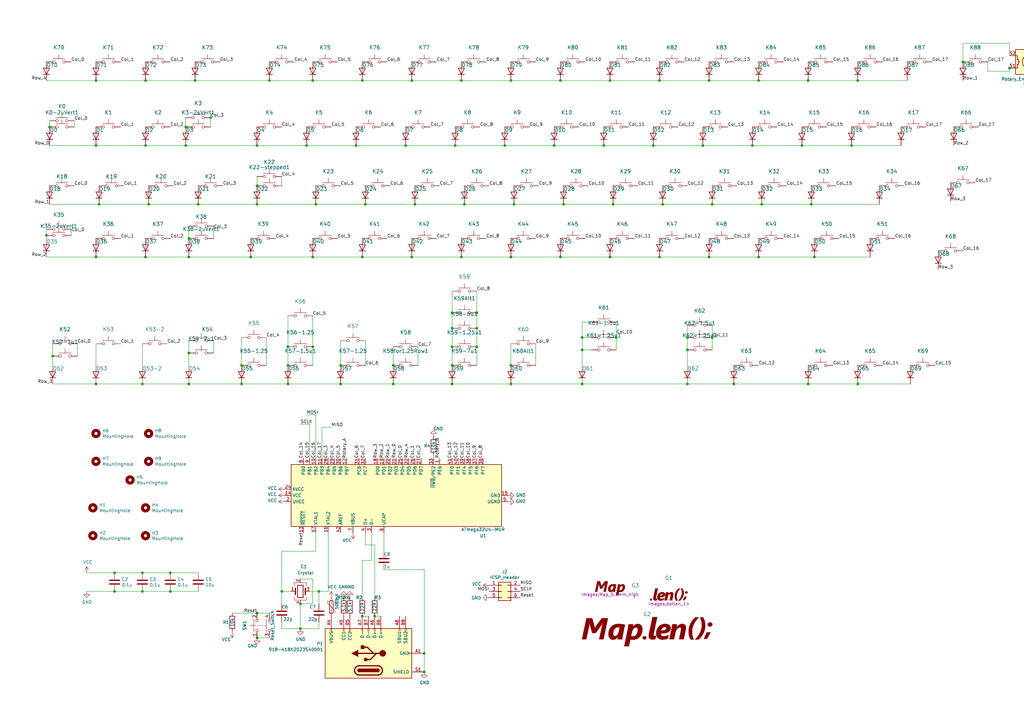
<source format=kicad_sch>
(kicad_sch (version 20211123) (generator eeschema)
  (paper "A3")
  (title_block (title "Longboi") (date "2021-12-18 14:13") (comment 1 "Author: Michael Len") (comment 2 "Generated with klepcbgen.py v0.1"))
  (junction (at 312.42 83.82))
  (junction (at 351.79 157.48))
  (junction (at 105.41 83.82))
  (junction (at 86.36 48.26))
  (junction (at 161.29 149.86))
  (junction (at 128.27 105.41))
  (junction (at 77.47 97.79))
  (junction (at 77.47 105.41))
  (junction (at 331.47 157.48))
  (junction (at 414.02 27.94))
  (junction (at 77.47 144.78))
  (junction (at 229.87 105.41))
  (junction (at 308.61 59.69))
  (junction (at 60.96 83.82))
  (junction (at 168.91 33.02))
  (junction (at 153.67 252.73))
  (junction (at 170.18 83.82))
  (junction (at 207.01 59.69))
  (junction (at 195.58 142.24))
  (junction (at 173.99 275.59))
  (junction (at 21.59 146.05))
  (junction (at 252.73 138.43))
  (junction (at 105.41 261.62))
  (junction (at 334.01 105.41))
  (junction (at 247.65 59.69))
  (junction (at 39.37 33.02))
  (junction (at 267.97 59.69))
  (junction (at 292.1 83.82))
  (junction (at 69.85 234.95))
  (junction (at 110.49 33.02))
  (junction (at 130.81 242.57))
  (junction (at 148.59 252.73))
  (junction (at 59.69 105.41))
  (junction (at 238.76 157.48))
  (junction (at 311.15 33.02))
  (junction (at 161.29 157.48))
  (junction (at 281.94 157.48))
  (junction (at 351.79 33.02))
  (junction (at 105.41 59.69))
  (junction (at 251.46 83.82))
  (junction (at 146.05 59.69))
  (junction (at 102.87 105.41))
  (junction (at 118.11 157.48))
  (junction (at 76.2 59.69))
  (junction (at 238.76 143.51))
  (junction (at 99.06 149.86))
  (junction (at 209.55 105.41))
  (junction (at 149.86 83.82))
  (junction (at 46.99 242.57))
  (junction (at 288.29 59.69))
  (junction (at 238.76 138.43))
  (junction (at 281.94 143.51))
  (junction (at 39.37 59.69))
  (junction (at 39.37 105.41))
  (junction (at 105.41 76.2))
  (junction (at 125.73 59.69))
  (junction (at 185.42 128.27))
  (junction (at 105.41 251.46))
  (junction (at 311.15 105.41))
  (junction (at 270.51 105.41))
  (junction (at 166.37 59.69))
  (junction (at 168.91 105.41))
  (junction (at 173.99 267.97))
  (junction (at 185.42 142.24))
  (junction (at 292.1 138.43))
  (junction (at 270.51 33.02))
  (junction (at 209.55 157.48))
  (junction (at 195.58 128.27))
  (junction (at 20.32 52.07))
  (junction (at 129.54 83.82))
  (junction (at 210.82 83.82))
  (junction (at 123.19 257.81))
  (junction (at 99.06 157.48))
  (junction (at 332.74 83.82))
  (junction (at 229.87 33.02))
  (junction (at 19.05 96.52))
  (junction (at 115.57 242.57))
  (junction (at 281.94 138.43))
  (junction (at 231.14 83.82))
  (junction (at 290.83 105.41))
  (junction (at 80.01 33.02))
  (junction (at 46.99 234.95))
  (junction (at 189.23 33.02))
  (junction (at 40.64 83.82))
  (junction (at 148.59 105.41))
  (junction (at 209.55 33.02))
  (junction (at 331.47 33.02))
  (junction (at 250.19 33.02))
  (junction (at 77.47 157.48))
  (junction (at 185.42 149.86))
  (junction (at 128.27 142.24))
  (junction (at 195.58 134.62))
  (junction (at 290.83 33.02))
  (junction (at 250.19 105.41))
  (junction (at 190.5 83.82))
  (junction (at 148.59 33.02))
  (junction (at 81.28 83.82))
  (junction (at 139.7 149.86))
  (junction (at 300.99 157.48))
  (junction (at 189.23 105.41))
  (junction (at 185.42 157.48))
  (junction (at 118.11 149.86))
  (junction (at 227.33 59.69))
  (junction (at 58.42 157.48))
  (junction (at 186.69 59.69))
  (junction (at 123.19 247.65))
  (junction (at 39.37 157.48))
  (junction (at 128.27 33.02))
  (junction (at 349.25 59.69))
  (junction (at 185.42 134.62))
  (junction (at 394.97 25.4))
  (junction (at 328.93 59.69))
  (junction (at 271.78 83.82))
  (junction (at 58.42 234.95))
  (junction (at 76.2 52.07))
  (junction (at 59.69 59.69))
  (junction (at 69.85 242.57))
  (junction (at 139.7 157.48))
  (junction (at 209.55 149.86))
  (junction (at 59.69 33.02))
  (junction (at 58.42 242.57))
  (junction (at 118.11 142.24))
  (wire (pts (xy 46.99 242.57) (xy 58.42 242.57)))
  (wire (pts (xy 185.42 142.24) (xy 185.42 149.86)))
  (wire (pts (xy 238.76 149.86) (xy 238.76 143.51)))
  (wire (pts (xy 195.58 128.27) (xy 195.58 119.38)))
  (wire (pts (xy 270.51 105.41) (xy 290.83 105.41)))
  (wire (pts (xy 189.23 105.41) (xy 209.55 105.41)))
  (wire (pts (xy 130.81 242.57) (xy 130.81 247.65)))
  (wire (pts (xy 130.81 257.81) (xy 130.81 255.27)))
  (wire (pts (xy 77.47 144.78) (xy 77.47 139.7)))
  (wire (pts (xy 39.37 59.69) (xy 59.69 59.69)))
  (wire (pts (xy 39.37 105.41) (xy 59.69 105.41)))
  (wire (pts (xy 139.7 139.7) (xy 139.7 149.86)))
  (wire (pts (xy 281.94 143.51) (xy 281.94 138.43)))
  (wire (pts (xy 80.01 33.02) (xy 110.49 33.02)))
  (wire (pts (xy 19.05 33.02) (xy 39.37 33.02)))
  (wire (pts (xy 290.83 33.02) (xy 311.15 33.02)))
  (wire (pts (xy 414.02 27.94) (xy 415.29 27.94)))
  (wire (pts (xy 19.05 105.41) (xy 39.37 105.41)))
  (wire (pts (xy 300.99 157.48) (xy 331.47 157.48)))
  (wire (pts (xy 148.59 229.87) (xy 152.4 229.87)))
  (wire (pts (xy 161.29 157.48) (xy 185.42 157.48)))
  (wire (pts (xy 152.4 229.87) (xy 152.4 218.44)))
  (wire (pts (xy 59.69 59.69) (xy 76.2 59.69)))
  (wire (pts (xy 151.13 252.73) (xy 148.59 252.73)))
  (wire (pts (xy 210.82 83.82) (xy 231.14 83.82)))
  (wire (pts (xy 129.54 187.96) (xy 129.54 170.18)))
  (wire (pts (xy 292.1 83.82) (xy 312.42 83.82)))
  (wire (pts (xy 128.27 142.24) (xy 128.27 129.54)))
  (wire (pts (xy 139.7 157.48) (xy 161.29 157.48)))
  (wire (pts (xy 105.41 76.2) (xy 107.95 76.2)))
  (wire (pts (xy 102.87 105.41) (xy 128.27 105.41)))
  (wire (pts (xy 115.57 257.81) (xy 115.57 255.27)))
  (wire (pts (xy 76.2 52.07) (xy 76.2 48.26)))
  (wire (pts (xy 351.79 157.48) (xy 373.38 157.48)))
  (wire (pts (xy 209.55 33.02) (xy 229.87 33.02)))
  (wire (pts (xy 308.61 59.69) (xy 328.93 59.69)))
  (wire (pts (xy 332.74 83.82) (xy 360.68 83.82)))
  (wire (pts (xy 292.1 143.51) (xy 292.1 138.43)))
  (wire (pts (xy 87.63 92.71) (xy 87.63 97.79)))
  (wire (pts (xy 99.06 157.48) (xy 118.11 157.48)))
  (wire (pts (xy 58.42 157.48) (xy 77.47 157.48)))
  (wire (pts (xy 128.27 149.86) (xy 128.27 142.24)))
  (wire (pts (xy 118.11 157.48) (xy 139.7 157.48)))
  (wire (pts (xy 148.59 105.41) (xy 168.91 105.41)))
  (wire (pts (xy 76.2 59.69) (xy 105.41 59.69)))
  (wire (pts (xy 132.08 187.96) (xy 132.08 175.26)))
  (wire (pts (xy 173.99 275.59) (xy 173.99 267.97)))
  (wire (pts (xy 128.27 105.41) (xy 148.59 105.41)))
  (wire (pts (xy 207.01 59.69) (xy 227.33 59.69)))
  (wire (pts (xy 105.41 83.82) (xy 129.54 83.82)))
  (wire (pts (xy 311.15 33.02) (xy 331.47 33.02)))
  (wire (pts (xy 21.59 157.48) (xy 39.37 157.48)))
  (wire (pts (xy 149.86 83.82) (xy 170.18 83.82)))
  (wire (pts (xy 21.59 146.05) (xy 21.59 140.97)))
  (wire (pts (xy 99.06 149.86) (xy 99.06 138.43)))
  (wire (pts (xy 59.69 105.41) (xy 77.47 105.41)))
  (wire (pts (xy 35.56 242.57) (xy 46.99 242.57)))
  (wire (pts (xy 21.59 149.86) (xy 21.59 146.05)))
  (wire (pts (xy 105.41 72.39) (xy 105.41 76.2)))
  (wire (pts (xy 129.54 83.82) (xy 149.86 83.82)))
  (wire (pts (xy 185.42 119.38) (xy 185.42 128.27)))
  (wire (pts (xy 127 242.57) (xy 130.81 242.57)))
  (wire (pts (xy 58.42 234.95) (xy 69.85 234.95)))
  (wire (pts (xy 281.94 149.86) (xy 281.94 143.51)))
  (wire (pts (xy 209.55 157.48) (xy 238.76 157.48)))
  (wire (pts (xy 77.47 149.86) (xy 77.47 144.78)))
  (wire (pts (xy 195.58 128.27) (xy 195.58 134.62)))
  (wire (pts (xy 81.28 83.82) (xy 105.41 83.82)))
  (wire (pts (xy 134.62 242.57) (xy 130.81 242.57)))
  (wire (pts (xy 267.97 59.69) (xy 288.29 59.69)))
  (wire (pts (xy 166.37 59.69) (xy 186.69 59.69)))
  (wire (pts (xy 59.69 33.02) (xy 80.01 33.02)))
  (wire (pts (xy 195.58 134.62) (xy 195.58 142.24)))
  (wire (pts (xy 87.63 139.7) (xy 87.63 144.78)))
  (wire (pts (xy 20.32 49.53) (xy 20.32 52.07)))
  (wire (pts (xy 128.27 33.02) (xy 148.59 33.02)))
  (wire (pts (xy 40.64 83.82) (xy 60.96 83.82)))
  (wire (pts (xy 190.5 83.82) (xy 210.82 83.82)))
  (wire (pts (xy 31.75 140.97) (xy 31.75 146.05)))
  (wire (pts (xy 209.55 105.41) (xy 229.87 105.41)))
  (wire (pts (xy 148.59 245.11) (xy 148.59 229.87)))
  (wire (pts (xy 19.05 93.98) (xy 19.05 96.52)))
  (wire (pts (xy 39.37 33.02) (xy 59.69 33.02)))
  (wire (pts (xy 39.37 157.48) (xy 58.42 157.48)))
  (wire (pts (xy 281.94 157.48) (xy 300.99 157.48)))
  (wire (pts (xy 252.73 132.08) (xy 252.73 138.43)))
  (wire (pts (xy 20.32 59.69) (xy 39.37 59.69)))
  (wire (pts (xy 128.27 237.49) (xy 128.27 247.65)))
  (wire (pts (xy 171.45 149.86) (xy 171.45 142.24)))
  (wire (pts (xy 123.19 237.49) (xy 128.27 237.49)))
  (wire (pts (xy 247.65 59.69) (xy 267.97 59.69)))
  (wire (pts (xy 227.33 59.69) (xy 247.65 59.69)))
  (wire (pts (xy 77.47 92.71) (xy 77.47 97.79)))
  (wire (pts (xy 149.86 139.7) (xy 149.86 149.86)))
  (wire (pts (xy 46.99 234.95) (xy 58.42 234.95)))
  (wire (pts (xy 115.57 257.81) (xy 123.19 257.81)))
  (wire (pts (xy 118.11 142.24) (xy 118.11 129.54)))
  (wire (pts (xy 83.82 48.26) (xy 86.36 48.26)))
  (wire (pts (xy 153.67 223.52) (xy 149.86 223.52)))
  (wire (pts (xy 271.78 83.82) (xy 292.1 83.82)))
  (wire (pts (xy 219.71 149.86) (xy 219.71 140.97)))
  (wire (pts (xy 58.42 242.57) (xy 69.85 242.57)))
  (wire (pts (xy 238.76 138.43) (xy 238.76 132.08)))
  (wire (pts (xy 170.18 83.82) (xy 190.5 83.82)))
  (wire (pts (xy 146.05 59.69) (xy 166.37 59.69)))
  (wire (pts (xy 185.42 157.48) (xy 209.55 157.48)))
  (wire (pts (xy 312.42 83.82) (xy 332.74 83.82)))
  (wire (pts (xy 115.57 242.57) (xy 115.57 226.06)))
  (wire (pts (xy 394.97 17.78) (xy 394.97 25.4)))
  (wire (pts (xy 281.94 138.43) (xy 281.94 133.35)))
  (wire (pts (xy 290.83 105.41) (xy 311.15 105.41)))
  (wire (pts (xy 185.42 128.27) (xy 185.42 134.62)))
  (wire (pts (xy 77.47 105.41) (xy 102.87 105.41)))
  (wire (pts (xy 110.49 261.62) (xy 105.41 261.62)))
  (wire (pts (xy 157.48 218.44) (xy 157.48 226.06)))
  (wire (pts (xy 349.25 59.69) (xy 369.57 59.69)))
  (wire (pts (xy 252.73 143.51) (xy 252.73 138.43)))
  (wire (pts (xy 30.48 49.53) (xy 30.48 52.07)))
  (wire (pts (xy 118.11 149.86) (xy 118.11 142.24)))
  (wire (pts (xy 129.54 226.06) (xy 115.57 226.06)))
  (wire (pts (xy 231.14 83.82) (xy 251.46 83.82)))
  (wire (pts (xy 157.48 233.68) (xy 173.99 233.68)))
  (wire (pts (xy 242.57 143.51) (xy 238.76 143.51)))
  (wire (pts (xy 156.21 252.73) (xy 153.67 252.73)))
  (wire (pts (xy 242.57 138.43) (xy 238.76 138.43)))
  (wire (pts (xy 134.62 218.44) (xy 134.62 242.57)))
  (wire (pts (xy 149.86 223.52) (xy 149.86 218.44)))
  (wire (pts (xy 123.19 173.99) (xy 127 173.99)))
  (wire (pts (xy 123.19 257.81) (xy 130.81 257.81)))
  (wire (pts (xy 58.42 140.97) (xy 58.42 149.86)))
  (wire (pts (xy 405.13 25.4) (xy 405.13 29.21)))
  (wire (pts (xy 168.91 33.02) (xy 189.23 33.02)))
  (wire (pts (xy 69.85 234.95) (xy 81.28 234.95)))
  (wire (pts (xy 288.29 59.69) (xy 308.61 59.69)))
  (wire (pts (xy 189.23 33.02) (xy 209.55 33.02)))
  (wire (pts (xy 334.01 105.41) (xy 356.87 105.41)))
  (wire (pts (xy 119.38 242.57) (xy 115.57 242.57)))
  (wire (pts (xy 250.19 33.02) (xy 270.51 33.02)))
  (wire (pts (xy 161.29 149.86) (xy 161.29 142.24)))
  (wire (pts (xy 109.22 149.86) (xy 109.22 138.43)))
  (wire (pts (xy 250.19 105.41) (xy 270.51 105.41)))
  (wire (pts (xy 331.47 157.48) (xy 351.79 157.48)))
  (wire (pts (xy 19.05 97.79) (xy 19.05 96.52)))
  (wire (pts (xy 60.96 83.82) (xy 81.28 83.82)))
  (wire (pts (xy 86.36 52.07) (xy 86.36 48.26)))
  (wire (pts (xy 105.41 59.69) (xy 125.73 59.69)))
  (wire (pts (xy 29.21 93.98) (xy 29.21 96.52)))
  (wire (pts (xy 77.47 157.48) (xy 99.06 157.48)))
  (wire (pts (xy 168.91 105.41) (xy 189.23 105.41)))
  (wire (pts (xy 115.57 76.2) (xy 115.57 72.39)))
  (wire (pts (xy 311.15 105.41) (xy 334.01 105.41)))
  (wire (pts (xy 20.32 83.82) (xy 40.64 83.82)))
  (wire (pts (xy 177.8 186.69) (xy 177.8 187.96)))
  (wire (pts (xy 209.55 149.86) (xy 209.55 140.97)))
  (wire (pts (xy 105.41 251.46) (xy 110.49 251.46)))
  (wire (pts (xy 238.76 143.51) (xy 238.76 138.43)))
  (wire (pts (xy 125.73 59.69) (xy 146.05 59.69)))
  (wire (pts (xy 292.1 138.43) (xy 292.1 133.35)))
  (wire (pts (xy 123.19 247.65) (xy 123.19 257.81)))
  (wire (pts (xy 331.47 33.02) (xy 351.79 33.02)))
  (wire (pts (xy 132.08 175.26) (xy 135.89 175.26)))
  (wire (pts (xy 238.76 132.08) (xy 242.57 132.08)))
  (wire (pts (xy 153.67 245.11) (xy 153.67 223.52)))
  (wire (pts (xy 115.57 247.65) (xy 115.57 242.57)))
  (wire (pts (xy 195.58 142.24) (xy 195.58 149.86)))
  (wire (pts (xy 69.85 242.57) (xy 81.28 242.57)))
  (wire (pts (xy 414.02 17.78) (xy 394.97 17.78)))
  (wire (pts (xy 238.76 157.48) (xy 281.94 157.48)))
  (wire (pts (xy 328.93 59.69) (xy 349.25 59.69)))
  (wire (pts (xy 35.56 234.95) (xy 46.99 234.95)))
  (wire (pts (xy 128.27 247.65) (xy 123.19 247.65)))
  (wire (pts (xy 95.25 251.46) (xy 105.41 251.46)))
  (wire (pts (xy 39.37 140.97) (xy 39.37 149.86)))
  (wire (pts (xy 414.02 22.86) (xy 414.02 17.78)))
  (wire (pts (xy 229.87 105.41) (xy 250.19 105.41)))
  (wire (pts (xy 148.59 33.02) (xy 168.91 33.02)))
  (wire (pts (xy 127 187.96) (xy 127 173.99)))
  (wire (pts (xy 186.69 59.69) (xy 207.01 59.69)))
  (wire (pts (xy 351.79 33.02) (xy 372.11 33.02)))
  (wire (pts (xy 185.42 134.62) (xy 185.42 142.24)))
  (wire (pts (xy 414.02 29.21) (xy 414.02 27.94)))
  (wire (pts (xy 270.51 33.02) (xy 290.83 33.02)))
  (wire (pts (xy 129.54 170.18) (xy 125.73 170.18)))
  (wire (pts (xy 229.87 33.02) (xy 250.19 33.02)))
  (wire (pts (xy 173.99 233.68) (xy 173.99 267.97)))
  (wire (pts (xy 76.2 52.07) (xy 78.74 52.07)))
  (wire (pts (xy 129.54 218.44) (xy 129.54 226.06)))
  (wire (pts (xy 251.46 83.82) (xy 271.78 83.82)))
  (wire (pts (xy 405.13 29.21) (xy 414.02 29.21)))
  (wire (pts (xy 110.49 33.02) (xy 128.27 33.02)))
  (label "Col_5" (at 139.7 187.96 90))
  (label "Col_6" (at 158.75 97.79 0))
  (label "Col_13" (at 298.45 52.07 0))
  (label "Col_2" (at 68.58 140.97 0))
  (label "Col_0" (at 165.1 187.96 90))
  (label "Col_16" (at 361.95 25.4 0))
  (label "Col_7" (at 179.07 25.4 0))
  (label "Col_3" (at 134.62 187.96 90))
  (label "Col_12" (at 311.15 149.86 0))
  (label "Col_14" (at 124.46 187.96 90))
  (label "Row_2" (at 391.16 59.69 0))
  (label "Row_0" (at 20.32 59.69 180))
  (label "Col_0" (at 29.21 25.4 0))
  (label "Col_14" (at 318.77 52.07 0))
  (label "Row_1" (at 394.97 33.02 0))
  (label "Col_4" (at 109.22 138.43 0))
  (label "Col_5" (at 128.27 129.54 0))
  (label "Col_11" (at 260.35 25.4 0))
  (label "Row_3" (at 384.81 110.49 0))
  (label "MISO" (at 135.89 175.26 0))
  (label "Col_0" (at 30.48 49.53 0))
  (label "Row_3" (at 154.94 187.96 90))
  (label "Col_6" (at 147.32 187.96 90))
  (label "Col_11" (at 292.1 138.43 0))
  (label "Col_15" (at 339.09 52.07 0))
  (label "Row_3" (at 389.89 82.55 0))
  (label "Col_11" (at 257.81 52.07 0))
  (label "Row_0" (at 162.56 187.96 90))
  (label "Col_11" (at 260.35 97.79 0))
  (label "Col_16" (at 370.84 76.2 0))
  (label "Col_2" (at 172.72 187.96 90))
  (label "Row_4" (at 19.05 33.02 180))
  (label "Col_5" (at 135.89 52.07 0))
  (label "Col_9" (at 219.71 140.97 0))
  (label "Col_10" (at 193.04 187.96 90))
  (label "Col_17" (at 382.27 25.4 0))
  (label "Col_4" (at 115.57 72.39 0))
  (label "Col_2" (at 69.85 97.79 0))
  (label "Col_10" (at 237.49 52.07 0))
  (label "Col_1" (at 49.53 97.79 0))
  (label "Col_10" (at 252.73 137.16 0))
  (label "Col_1" (at 170.18 187.96 90))
  (label "Col_0" (at 29.21 95.25 0))
  (label "Col_13" (at 302.26 76.2 0))
  (label "Col_4" (at 115.57 52.07 0))
  (label "Col_17" (at 405.13 25.4 0))
  (label "Col_1" (at 50.8 76.2 0))
  (label "Col_1" (at 49.53 25.4 0))
  (label "Col_13" (at 300.99 25.4 0))
  (label "SCLK" (at 123.19 173.99 0))
  (label "Col_0" (at 31.75 140.97 0))
  (label "MOSI" (at 125.73 170.18 0))
  (label "Col_9" (at 219.71 97.79 0))
  (label "Col_14" (at 321.31 25.4 0))
  (label "Col_12" (at 280.67 25.4 0))
  (label "Col_13" (at 300.99 97.79 0))
  (label "Col_12" (at 278.13 52.07 0))
  (label "Col_2" (at 69.85 52.07 0))
  (label "Col_7" (at 179.07 97.79 0))
  (label "Col_7" (at 149.86 187.96 90))
  (label "Row_1" (at 20.32 83.82 180))
  (label "Rotary_B" (at 180.34 187.96 90))
  (label "Col_14" (at 322.58 76.2 0))
  (label "Col_14" (at 321.31 97.79 0))
  (label "Col_17" (at 379.73 52.07 0))
  (label "Col_8" (at 199.39 97.79 0))
  (label "Col_3" (at 91.44 76.2 0))
  (label "Col_4" (at 113.03 97.79 0))
  (label "Col_0" (at 30.48 76.2 0))
  (label "Col_8" (at 198.12 187.96 90))
  (label "Col_6" (at 158.75 25.4 0))
  (label "MISO" (at 213.36 240.03 0))
  (label "Col_13" (at 341.63 149.86 0))
  (label "Col_13" (at 185.42 187.96 90))
  (label "Col_17" (at 400.05 74.93 0))
  (label "Col_12" (at 280.67 97.79 0))
  (label "Col_9" (at 195.58 187.96 90))
  (label "Col_12" (at 281.94 76.2 0))
  (label "Col_7" (at 180.34 76.2 0))
  (label "Col_8" (at 199.39 25.4 0))
  (label "Reset" (at 105.41 251.46 180))
  (label "Col_15" (at 342.9 76.2 0))
  (label "Col_11" (at 190.5 187.96 90))
  (label "Col_9" (at 220.98 76.2 0))
  (label "Col_3" (at 86.36 48.26 0))
  (label "Col_10" (at 240.03 25.4 0))
  (label "Row_4" (at 167.64 187.96 90))
  (label "Col_7" (at 176.53 52.07 0))
  (label "Col_16" (at 394.97 102.87 0))
  (label "Col_1" (at 49.53 52.07 0))
  (label "Col_9" (at 219.71 25.4 0))
  (label "Col_15" (at 127 187.96 90))
  (label "Rotary_A" (at 142.24 187.96 90))
  (label "Col_16" (at 129.54 187.96 90))
  (label "Col_6" (at 149.86 149.86 0))
  (label "Col_8" (at 195.58 119.38 0))
  (label "Col_1" (at 49.53 140.97 0))
  (label "Col_14" (at 361.95 149.86 0))
  (label "Col_8" (at 200.66 76.2 0))
  (label "Col_12" (at 187.96 187.96 90))
  (label "Col_2" (at 71.12 76.2 0))
  (label "SCLK" (at 213.36 242.57 0))
  (label "Col_15" (at 341.63 25.4 0))
  (label "Col_5" (at 138.43 25.4 0))
  (label "Col_17" (at 401.32 52.07 0))
  (label "Row_2" (at 19.05 105.41 180))
  (label "Reset" (at 213.36 245.11 0))
  (label "MOSI" (at 200.66 242.57 180))
  (label "Col_5" (at 138.43 97.79 0))
  (label "Col_3" (at 87.63 93.98 0))
  (label "Reset" (at 124.46 218.44 270))
  (label "Col_11" (at 261.62 76.2 0))
  (label "Col_16" (at 359.41 52.07 0))
  (label "Col_8" (at 196.85 52.07 0))
  (label "Col_6" (at 156.21 52.07 0))
  (label "Col_5" (at 139.7 76.2 0))
  (label "Col_16" (at 367.03 97.79 0))
  (label "Col_10" (at 240.03 97.79 0))
  (label "Col_10" (at 241.3 76.2 0))
  (label "Col_3" (at 87.63 139.7 0))
  (label "Col_4" (at 137.16 187.96 90))
  (label "Col_3" (at 90.17 25.4 0))
  (label "Col_17" (at 132.08 187.96 90))
  (label "Col_9" (at 217.17 52.07 0))
  (label "Col_4" (at 120.65 25.4 0))
  (label "Col_2" (at 69.85 25.4 0))
  (label "Row_2" (at 157.48 187.96 90))
  (label "Col_15" (at 344.17 97.79 0))
  (label "Col_15" (at 383.54 149.86 0))
  (label "Col_7" (at 171.45 142.24 0))
  (label "Col_6" (at 160.02 76.2 0))
  (label "Row_3" (at 21.59 157.48 180))
  (label "Row_1" (at 160.02 187.96 90))
  (global_label "Rotary_A" (shape input) (at 429.26 27.94 0) (property "Intersheet References" "${INTERSHEET_REFS}" (effects hide)))
  (global_label "Rotary_B" (shape input) (at 429.26 22.86 0) (property "Intersheet References" "${INTERSHEET_REFS}" (effects hide)))
  (symbol (lib_id "Device:D") (at 332.74 80.01 90) (unit 1)
    (property "Reference" "D33" (at 332.74 77.47 90) (effects (font (size 1.524 1.524)) (justify right)))
    (property "Value" "SOD-323F" (effects hide))
    (property "Footprint" "Diode_SMD:D_SOD-323F" (effects hide))
  )
  (symbol (lib_id "power:GND") (at 123.19 257.81 0) (unit 1)
    (property "Reference" "#PWR0101" (effects hide))
    (property "Value" "GND" (at 123.317 262.2042 0))
  )
  (symbol (lib_id "power:GND") (at 35.56 242.57 0) (unit 1)
    (property "Reference" "#PWR0102" (effects hide))
    (property "Value" "GND" (at 35.687 246.9642 0))
  )
  (symbol (lib_id "power:GND") (at 177.8 179.07 180) (unit 1)
    (property "Reference" "#PWR0106" (effects hide))
    (property "Value" "GND" (at 177.673 175.8188 0) (effects (justify right)))
  )
  (symbol (lib_id "Device:C") (at 157.48 229.87 0) (unit 1)
    (property "Reference" "C8" (at 158.75 227.33 0))
    (property "Value" "1u" (at 158.75 232.41 0))
    (property "Footprint" "Capacitor_SMD:C_0805_2012Metric_Pad1.15x1.40mm_HandSolder" (effects hide))
  )
  (symbol (lib_id "power:VCC") (at 116.84 203.2 90) (unit 1)
    (property "Reference" "#PWR0110" (effects hide))
    (property "Value" "VCC" (at 113.6142 202.7428 90) (effects (justify left)))
  )
  (symbol (lib_id "power:VCC") (at 144.78 218.44 180) (unit 1)
    (property "Reference" "#PWR0116" (effects hide))
    (property "Value" "VCC" (at 144.3228 221.6658 0) (effects (justify left)))
  )
  (symbol (lib_id "power:VCC") (at 116.84 205.74 90) (unit 1)
    (property "Reference" "#PWR01" (effects hide))
    (property "Value" "VCC" (at 113.6142 205.2828 90) (effects (justify left)))
  )
  (symbol (lib_id "Device:R") (at 153.67 248.92 0) (unit 1)
    (property "Reference" "R3" (at 154.94 245.11 0))
    (property "Value" "22R" (at 153.67 248.92 90))
    (property "Footprint" "Resistor_SMD:R_0805_2012Metric_Pad1.15x1.40mm_HandSolder" (effects hide))
  )
  (symbol (lib_id "Device:R") (at 177.8 182.88 0) (unit 1)
    (property "Reference" "R4" (at 175.26 182.88 0))
    (property "Value" "10k" (at 177.8 182.88 90))
    (property "Footprint" "Resistor_SMD:R_0805_2012Metric_Pad1.15x1.40mm_HandSolder" (effects hide))
  )
  (symbol (lib_id "Switch:SW_Push_Dual") (at 105.41 256.54 90) (unit 1)
    (property "Reference" "SW1" (at 100.33 256.54 0))
    (property "Value" "Reset_Switch" (at 111.76 256.54 0))
    (property "Footprint" "random-keyboard-parts:SKQG-1155865" (effects hide))
  )
  (symbol (lib_id "Device:C") (at 69.85 238.76 0) (unit 1)
    (property "Reference" "C4" (at 72.771 237.5916 0) (effects (justify left)))
    (property "Value" "0.1u" (at 72.771 239.903 0) (effects (justify left)))
    (property "Footprint" "Capacitor_SMD:C_0805_2012Metric_Pad1.15x1.40mm_HandSolder" (effects hide))
  )
  (symbol (lib_id "Device:C") (at 130.81 251.46 0) (unit 1)
    (property "Reference" "C7" (at 128.27 248.92 0))
    (property "Value" "22p" (at 128.27 254 0))
    (property "Footprint" "Capacitor_SMD:C_0805_2012Metric_Pad1.15x1.40mm_HandSolder" (effects hide))
  )
  (symbol (lib_id "Device:C") (at 115.57 251.46 0) (unit 1)
    (property "Reference" "C6" (at 116.84 248.92 0))
    (property "Value" "22p" (at 118.11 254 0))
    (property "Footprint" "Capacitor_SMD:C_0805_2012Metric_Pad1.15x1.40mm_HandSolder" (effects hide))
  )
  (symbol (lib_id "Device:Crystal_GND24") (at 123.19 242.57 0) (unit 1)
    (property "Reference" "C1" (at 123.19 232.41 0) (effects (justify left)))
    (property "Value" "Crystal" (at 121.92 234.95 0) (effects (justify left)))
    (property "Footprint" "Crystal:Crystal_SMD_3225-4Pin_3.2x2.5mm" (effects hide))
  )
  (symbol (lib_id "power:VCC") (at 200.66 240.03 90) (unit 1)
    (property "Reference" "#PWR0112" (effects hide))
    (property "Value" "VCC" (at 197.4342 239.5728 90) (effects (justify left)))
  )
  (symbol (lib_id "Switch:SW_Push") (at 297.18 76.2 0) (unit 1)
    (property "Reference" "K31" (at 297.18 70.2818 0) (effects (font (size 1.524 1.524))))
    (property "Value" "KEYSW" (effects hide))
    (property "Footprint" "MX_Only:MXOnly-1U-NoLED" (effects hide))
  )
  (symbol (lib_id "Switch:SW_Push") (at 195.58 76.2 0) (unit 1)
    (property "Reference" "K26" (at 195.58 70.2818 0) (effects (font (size 1.524 1.524))))
    (property "Value" "KEYSW" (effects hide))
    (property "Footprint" "MX_Only:MXOnly-1U-NoLED" (effects hide))
  )
  (symbol (lib_id "Switch:SW_Push") (at 86.36 76.2 0) (unit 1)
    (property "Reference" "K21" (at 86.36 72.39 0) (effects (font (size 1.524 1.524))))
    (property "Value" "KEYSW" (effects hide))
    (property "Footprint" "MX_Only:MXOnly-1U-NoLED" (effects hide))
  )
  (symbol (lib_id "Switch:SW_Push") (at 123.19 129.54 0) (unit 1)
    (property "Reference" "K56" (at 123.19 123.6218 0) (effects (font (size 1.524 1.524))))
    (property "Value" "KEYSW" (effects hide))
    (property "Footprint" "MX_Only:MXOnly-1.25U-NoLED" (effects hide))
  )
  (symbol (lib_id "Switch:SW_Push") (at 66.04 76.2 0) (unit 1)
    (property "Reference" "K20" (at 66.04 72.39 0) (effects (font (size 1.524 1.524))))
    (property "Value" "KEYSW" (effects hide))
    (property "Footprint" "MX_Only:MXOnly-1U-NoLED" (effects hide))
  )
  (symbol (lib_id "Switch:SW_Push") (at 45.72 76.2 0) (unit 1)
    (property "Reference" "K19" (at 45.72 72.39 0) (effects (font (size 1.524 1.524))))
    (property "Value" "KEYSW" (effects hide))
    (property "Footprint" "MX_Only:MXOnly-1U-NoLED" (effects hide))
  )
  (symbol (lib_id "Switch:SW_Push") (at 82.55 92.71 0) (unit 1)
    (property "Reference" "K38" (at 82.55 88.9 0) (effects (font (size 1.524 1.524))))
    (property "Value" "KEYSW" (effects hide))
    (property "Footprint" "MX_Only:MXOnly-1U-NoLED" (effects hide))
  )
  (symbol (lib_id "Switch:SW_Push") (at 214.63 97.79 0) (unit 1)
    (property "Reference" "K44" (at 214.63 91.8718 0) (effects (font (size 1.524 1.524))))
    (property "Value" "KEYSW" (effects hide))
    (property "Footprint" "MX_Only:MXOnly-1U-NoLED" (effects hide))
  )
  (symbol (lib_id "Switch:SW_Push") (at 255.27 97.79 0) (unit 1)
    (property "Reference" "K46" (at 255.27 91.8718 0) (effects (font (size 1.524 1.524))))
    (property "Value" "KEYSW" (effects hide))
    (property "Footprint" "MX_Only:MXOnly-1U-NoLED" (effects hide))
  )
  (symbol (lib_id "Switch:SW_Push") (at 295.91 97.79 0) (unit 1)
    (property "Reference" "K48" (at 295.91 91.8718 0) (effects (font (size 1.524 1.524))))
    (property "Value" "KEYSW" (effects hide))
    (property "Footprint" "MX_Only:MXOnly-1U-NoLED" (effects hide))
  )
  (symbol (lib_id "Switch:SW_Push") (at 365.76 76.2 0) (unit 1)
    (property "Reference" "K34" (at 365.76 70.2818 0) (effects (font (size 1.524 1.524))))
    (property "Value" "KEYSW" (effects hide))
    (property "Footprint" "MX_Only:MXOnly-2.25U-NoLED" (effects hide))
  )
  (symbol (lib_id "Switch:SW_Push") (at 337.82 76.2 0) (unit 1)
    (property "Reference" "K33" (at 337.82 70.2818 0) (effects (font (size 1.524 1.524))))
    (property "Value" "KEYSW" (effects hide))
    (property "Footprint" "MX_Only:MXOnly-1U-NoLED" (effects hide))
  )
  (symbol (lib_id "Switch:SW_Push") (at 151.13 52.07 0) (unit 1)
    (property "Reference" "K6" (at 151.13 46.1518 0) (effects (font (size 1.524 1.524))))
    (property "Value" "KEYSW" (effects hide))
    (property "Footprint" "MX_Only:MXOnly-1U-NoLED" (effects hide))
  )
  (symbol (lib_id "Switch:SW_Push") (at 191.77 52.07 0) (unit 1)
    (property "Reference" "K8" (at 191.77 46.1518 0) (effects (font (size 1.524 1.524))))
    (property "Value" "KEYSW" (effects hide))
    (property "Footprint" "MX_Only:MXOnly-1U-NoLED" (effects hide))
  )
  (symbol (lib_id "Switch:SW_Push") (at 212.09 52.07 0) (unit 1)
    (property "Reference" "K9" (at 212.09 46.1518 0) (effects (font (size 1.524 1.524))))
    (property "Value" "KEYSW" (effects hide))
    (property "Footprint" "MX_Only:MXOnly-1U-NoLED" (effects hide))
  )
  (symbol (lib_id "Switch:SW_Push") (at 336.55 149.86 0) (unit 1)
    (property "Reference" "K64" (at 336.55 143.9418 0) (effects (font (size 1.524 1.524))))
    (property "Value" "KEYSW" (effects hide))
    (property "Footprint" "MX_Only:MXOnly-1U-NoLED" (effects hide))
  )
  (symbol (lib_id "Switch:SW_Push") (at 144.78 139.7 0) (unit 1)
    (property "Reference" "K57" (at 144.78 133.7818 0) (effects (font (size 1.524 1.524))))
    (property "Value" "KEYSW" (effects hide))
    (property "Footprint" "MX_Only:MXOnly-1.25U-NoLED" (effects hide))
  )
  (symbol (lib_id "Switch:SW_Push") (at 354.33 52.07 0) (unit 1)
    (property "Reference" "K16" (at 354.33 46.1518 0) (effects (font (size 1.524 1.524))))
    (property "Value" "KEYSW" (effects hide))
    (property "Footprint" "MX_Only:MXOnly-1U-NoLED" (effects hide))
  )
  (symbol (lib_id "Switch:SW_Push") (at 25.4 76.2 0) (unit 1)
    (property "Reference" "K18" (at 25.4 72.39 0) (effects (font (size 1.524 1.524))))
    (property "Value" "KEYSW" (effects hide))
    (property "Footprint" "MX_Only:MXOnly-1U-NoLED" (effects hide))
  )
  (symbol (lib_id "Switch:SW_Push") (at 374.65 52.07 0) (unit 1)
    (property "Reference" "K17" (at 374.65 46.1518 0) (effects (font (size 1.524 1.524))))
    (property "Value" "KEYSW" (effects hide))
    (property "Footprint" "MX_Only:MXOnly-1.5U-NoLED" (effects hide))
  )
  (symbol (lib_id "Switch:SW_Push") (at 166.37 142.24 0) (unit 1)
    (property "Reference" "K58" (at 166.37 136.3218 0) (effects (font (size 1.524 1.524))))
    (property "Value" "KEYSW" (effects hide))
    (property "Footprint" "MX_Only:MXOnly-2.25U-ReversedStabilizers-NoLED" (effects hide))
  )
  (symbol (lib_id "Switch:SW_Push") (at 334.01 52.07 0) (unit 1)
    (property "Reference" "K15" (at 334.01 46.1518 0) (effects (font (size 1.524 1.524))))
    (property "Value" "KEYSW" (effects hide))
    (property "Footprint" "MX_Only:MXOnly-1U-NoLED" (effects hide))
  )
  (symbol (lib_id "Switch:SW_Push") (at 190.5 119.38 0) (unit 1)
    (property "Reference" "K59" (at 190.5 113.4618 0) (effects (font (size 1.524 1.524))))
    (property "Value" "KEYSW" (effects hide))
    (property "Footprint" "MX_Only:MXOnly-1U-NoLED" (effects hide))
  )
  (symbol (lib_id "Switch:SW_Push") (at 356.87 149.86 0) (unit 1)
    (property "Reference" "K65" (at 356.87 143.9418 0) (effects (font (size 1.524 1.524))))
    (property "Value" "KEYSW" (effects hide))
    (property "Footprint" "MX_Only:MXOnly-1U-NoLED" (effects hide))
  )
  (symbol (lib_id "Device:D") (at 229.87 101.6 90) (unit 1)
    (property "Reference" "D45" (at 229.87 99.06 90) (effects (font (size 1.524 1.524)) (justify right)))
    (property "Value" "SOD-323F" (effects hide))
    (property "Footprint" "Diode_SMD:D_SOD-323F" (effects hide))
  )
  (symbol (lib_id "Device:D") (at 209.55 101.6 90) (unit 1)
    (property "Reference" "D44" (at 209.55 99.06 90) (effects (font (size 1.524 1.524)) (justify right)))
    (property "Value" "SOD-323F" (effects hide))
    (property "Footprint" "Diode_SMD:D_SOD-323F" (effects hide))
  )
  (symbol (lib_id "Device:D") (at 334.01 101.6 90) (unit 1)
    (property "Reference" "D50" (at 334.01 99.06 90) (effects (font (size 1.524 1.524)) (justify right)))
    (property "Value" "SOD-323F" (effects hide))
    (property "Footprint" "Diode_SMD:D_SOD-323F" (effects hide))
  )
  (symbol (lib_id "Device:D") (at 331.47 153.67 90) (unit 1)
    (property "Reference" "D64" (at 331.47 151.13 90) (effects (font (size 1.524 1.524)) (justify right)))
    (property "Value" "SOD-323F" (effects hide))
    (property "Footprint" "Diode_SMD:D_SOD-323F" (effects hide))
  )
  (symbol (lib_id "Device:D") (at 281.94 153.67 90) (unit 1)
    (property "Reference" "D62" (at 281.94 151.13 90) (effects (font (size 1.524 1.524)) (justify right)))
    (property "Value" "SOD-323F" (effects hide))
    (property "Footprint" "Diode_SMD:D_SOD-323F" (effects hide))
  )
  (symbol (lib_id "Device:D") (at 238.76 153.67 90) (unit 1)
    (property "Reference" "D61" (at 238.76 151.13 90) (effects (font (size 1.524 1.524)) (justify right)))
    (property "Value" "SOD-323F" (effects hide))
    (property "Footprint" "Diode_SMD:D_SOD-323F" (effects hide))
  )
  (symbol (lib_id "Device:D") (at 356.87 101.6 90) (unit 1)
    (property "Reference" "D51" (at 356.87 99.06 90) (effects (font (size 1.524 1.524)) (justify right)))
    (property "Value" "SOD-323F" (effects hide))
    (property "Footprint" "Diode_SMD:D_SOD-323F" (effects hide))
  )
  (symbol (lib_id "Device:D") (at 21.59 153.67 90) (unit 1)
    (property "Reference" "D52" (at 21.59 151.13 90) (effects (font (size 1.524 1.524)) (justify right)))
    (property "Value" "SOD-323F" (effects hide))
    (property "Footprint" "Diode_SMD:D_SOD-323F" (effects hide))
  )
  (symbol (lib_id "Device:D") (at 185.42 153.67 90) (unit 1)
    (property "Reference" "D59" (at 185.42 151.13 90) (effects (font (size 1.524 1.524)) (justify right)))
    (property "Value" "SOD-323F" (effects hide))
    (property "Footprint" "Diode_SMD:D_SOD-323F" (effects hide))
  )
  (symbol (lib_id "Device:D") (at 39.37 153.67 90) (unit 1)
    (property "Reference" "D53" (at 39.37 151.13 90) (effects (font (size 1.524 1.524)) (justify right)))
    (property "Value" "SOD-323F" (effects hide))
    (property "Footprint" "Diode_SMD:D_SOD-323F" (effects hide))
  )
  (symbol (lib_id "Device:D") (at 161.29 153.67 90) (unit 1)
    (property "Reference" "D58" (at 161.29 151.13 90) (effects (font (size 1.524 1.524)) (justify right)))
    (property "Value" "SOD-323F" (effects hide))
    (property "Footprint" "Diode_SMD:D_SOD-323F" (effects hide))
  )
  (symbol (lib_id "Device:D") (at 77.47 153.67 90) (unit 1)
    (property "Reference" "D54" (at 77.47 151.13 90) (effects (font (size 1.524 1.524)) (justify right)))
    (property "Value" "SOD-323F" (effects hide))
    (property "Footprint" "Diode_SMD:D_SOD-323F" (effects hide))
  )
  (symbol (lib_id "Device:D") (at 81.28 80.01 90) (unit 1)
    (property "Reference" "D21" (at 81.28 77.47 90) (effects (font (size 1.524 1.524)) (justify right)))
    (property "Value" "SOD-323F" (effects hide))
    (property "Footprint" "Diode_SMD:D_SOD-323F" (effects hide))
  )
  (symbol (lib_id "Device:D") (at 40.64 80.01 90) (unit 1)
    (property "Reference" "D19" (at 40.64 77.47 90) (effects (font (size 1.524 1.524)) (justify right)))
    (property "Value" "SOD-323F" (effects hide))
    (property "Footprint" "Diode_SMD:D_SOD-323F" (effects hide))
  )
  (symbol (lib_id "Device:D") (at 20.32 80.01 90) (unit 1)
    (property "Reference" "D18" (at 20.32 77.47 90) (effects (font (size 1.524 1.524)) (justify right)))
    (property "Value" "SOD-323F" (effects hide))
    (property "Footprint" "Diode_SMD:D_SOD-323F" (effects hide))
  )
  (symbol (lib_id "Device:D") (at 369.57 55.88 90) (unit 1)
    (property "Reference" "D17" (at 369.57 53.34 90) (effects (font (size 1.524 1.524)) (justify right)))
    (property "Value" "SOD-323F" (effects hide))
    (property "Footprint" "Diode_SMD:D_SOD-323F" (effects hide))
  )
  (symbol (lib_id "Device:D") (at 349.25 55.88 90) (unit 1)
    (property "Reference" "D16" (at 349.25 53.34 90) (effects (font (size 1.524 1.524)) (justify right)))
    (property "Value" "SOD-323F" (effects hide))
    (property "Footprint" "Diode_SMD:D_SOD-323F" (effects hide))
  )
  (symbol (lib_id "Device:D") (at 328.93 55.88 90) (unit 1)
    (property "Reference" "D15" (at 328.93 53.34 90) (effects (font (size 1.524 1.524)) (justify right)))
    (property "Value" "SOD-323F" (effects hide))
    (property "Footprint" "Diode_SMD:D_SOD-323F" (effects hide))
  )
  (symbol (lib_id "Device:D") (at 308.61 55.88 90) (unit 1)
    (property "Reference" "D14" (at 308.61 53.34 90) (effects (font (size 1.524 1.524)) (justify right)))
    (property "Value" "SOD-323F" (effects hide))
    (property "Footprint" "Diode_SMD:D_SOD-323F" (effects hide))
  )
  (symbol (lib_id "Device:D") (at 288.29 55.88 90) (unit 1)
    (property "Reference" "D13" (at 288.29 53.34 90) (effects (font (size 1.524 1.524)) (justify right)))
    (property "Value" "SOD-323F" (effects hide))
    (property "Footprint" "Diode_SMD:D_SOD-323F" (effects hide))
  )
  (symbol (lib_id "Device:D") (at 267.97 55.88 90) (unit 1)
    (property "Reference" "D12" (at 267.97 53.34 90) (effects (font (size 1.524 1.524)) (justify right)))
    (property "Value" "SOD-323F" (effects hide))
    (property "Footprint" "Diode_SMD:D_SOD-323F" (effects hide))
  )
  (symbol (lib_id "Device:D") (at 168.91 101.6 90) (unit 1)
    (property "Reference" "D42" (at 168.91 99.06 90) (effects (font (size 1.524 1.524)) (justify right)))
    (property "Value" "SOD-323F" (effects hide))
    (property "Footprint" "Diode_SMD:D_SOD-323F" (effects hide))
  )
  (symbol (lib_id "Device:D") (at 146.05 55.88 90) (unit 1)
    (property "Reference" "D6" (at 146.05 53.34 90) (effects (font (size 1.524 1.524)) (justify right)))
    (property "Value" "SOD-323F" (effects hide))
    (property "Footprint" "Diode_SMD:D_SOD-323F" (effects hide))
  )
  (symbol (lib_id "Device:D") (at 129.54 80.01 90) (unit 1)
    (property "Reference" "D23" (at 129.54 77.47 90) (effects (font (size 1.524 1.524)) (justify right)))
    (property "Value" "SOD-323F" (effects hide))
    (property "Footprint" "Diode_SMD:D_SOD-323F" (effects hide))
  )
  (symbol (lib_id "Device:D") (at 189.23 101.6 90) (unit 1)
    (property "Reference" "D43" (at 189.23 99.06 90) (effects (font (size 1.524 1.524)) (justify right)))
    (property "Value" "SOD-323F" (effects hide))
    (property "Footprint" "Diode_SMD:D_SOD-323F" (effects hide))
  )
  (symbol (lib_id "Device:D") (at 148.59 101.6 90) (unit 1)
    (property "Reference" "D41" (at 148.59 99.06 90) (effects (font (size 1.524 1.524)) (justify right)))
    (property "Value" "SOD-323F" (effects hide))
    (property "Footprint" "Diode_SMD:D_SOD-323F" (effects hide))
  )
  (symbol (lib_id "Device:D") (at 128.27 101.6 90) (unit 1)
    (property "Reference" "D40" (at 128.27 99.06 90) (effects (font (size 1.524 1.524)) (justify right)))
    (property "Value" "SOD-323F" (effects hide))
    (property "Footprint" "Diode_SMD:D_SOD-323F" (effects hide))
  )
  (symbol (lib_id "Device:D") (at 292.1 80.01 90) (unit 1)
    (property "Reference" "D31" (at 292.1 77.47 90) (effects (font (size 1.524 1.524)) (justify right)))
    (property "Value" "SOD-323F" (effects hide))
    (property "Footprint" "Diode_SMD:D_SOD-323F" (effects hide))
  )
  (symbol (lib_id "Device:D") (at 271.78 80.01 90) (unit 1)
    (property "Reference" "D30" (at 271.78 77.47 90) (effects (font (size 1.524 1.524)) (justify right)))
    (property "Value" "SOD-323F" (effects hide))
    (property "Footprint" "Diode_SMD:D_SOD-323F" (effects hide))
  )
  (symbol (lib_id "Device:D") (at 251.46 80.01 90) (unit 1)
    (property "Reference" "D29" (at 251.46 77.47 90) (effects (font (size 1.524 1.524)) (justify right)))
    (property "Value" "SOD-323F" (effects hide))
    (property "Footprint" "Diode_SMD:D_SOD-323F" (effects hide))
  )
  (symbol (lib_id "Device:D") (at 231.14 80.01 90) (unit 1)
    (property "Reference" "D28" (at 231.14 77.47 90) (effects (font (size 1.524 1.524)) (justify right)))
    (property "Value" "SOD-323F" (effects hide))
    (property "Footprint" "Diode_SMD:D_SOD-323F" (effects hide))
  )
  (symbol (lib_id "Device:D") (at 210.82 80.01 90) (unit 1)
    (property "Reference" "D27" (at 210.82 77.47 90) (effects (font (size 1.524 1.524)) (justify right)))
    (property "Value" "SOD-323F" (effects hide))
    (property "Footprint" "Diode_SMD:D_SOD-323F" (effects hide))
  )
  (symbol (lib_id "Device:D") (at 190.5 80.01 90) (unit 1)
    (property "Reference" "D26" (at 190.5 77.47 90) (effects (font (size 1.524 1.524)) (justify right)))
    (property "Value" "SOD-323F" (effects hide))
    (property "Footprint" "Diode_SMD:D_SOD-323F" (effects hide))
  )
  (symbol (lib_id "Device:D") (at 170.18 80.01 90) (unit 1)
    (property "Reference" "D25" (at 170.18 77.47 90) (effects (font (size 1.524 1.524)) (justify right)))
    (property "Value" "SOD-323F" (effects hide))
    (property "Footprint" "Diode_SMD:D_SOD-323F" (effects hide))
  )
  (symbol (lib_id "Device:D") (at 149.86 80.01 90) (unit 1)
    (property "Reference" "D24" (at 149.86 77.47 90) (effects (font (size 1.524 1.524)) (justify right)))
    (property "Value" "SOD-323F" (effects hide))
    (property "Footprint" "Diode_SMD:D_SOD-323F" (effects hide))
  )
  (symbol (lib_id "Switch:SW_Push") (at 378.46 149.86 0) (unit 1)
    (property "Reference" "K69" (at 378.46 143.9418 0) (effects (font (size 1.524 1.524))))
    (property "Value" "KEYSW" (effects hide))
    (property "Footprint" "MX_Only:MXOnly-1U-NoLED" (effects hide))
  )
  (symbol (lib_id "Switch:SW_Push") (at 396.24 52.07 0) (unit 1)
    (property "Reference" "K66" (at 396.24 46.1518 0) (effects (font (size 1.524 1.524))))
    (property "Value" "KEYSW" (effects hide))
    (property "Footprint" "MX_Only:MXOnly-1U-NoLED" (effects hide))
  )
  (symbol (lib_id "Switch:SW_Push") (at 190.5 142.24 0) (unit 1)
    (property "Reference" "K59-1.25u1" (at 190.5 136.3218 0) (effects (font (size 1.524 1.524))))
    (property "Value" "KEYSW" (effects hide))
    (property "Footprint" "MX_Only:MXOnly-1.25U-NoLED" (effects hide))
  )
  (symbol (lib_id "Switch:SW_Push") (at 81.28 52.07 0) (unit 1)
    (property "Reference" "K3-2uVert1" (at 81.28 46.1518 0) (effects (font (size 1.524 1.524))))
    (property "Value" "KEYSW" (effects hide))
    (property "Footprint" "MX_Only:MXOnly-2U-NoLED" (effects hide))
  )
  (symbol (lib_id "Switch:SW_Push") (at 82.55 97.79 0) (unit 1)
    (property "Reference" "K38-2uVert1" (at 82.55 93.98 0) (effects (font (size 1.524 1.524))))
    (property "Value" "KEYSW" (effects hide))
    (property "Footprint" "MX_Only:MXOnly-2U-NoLED" (effects hide))
  )
  (symbol (lib_id "Dotlen_Logos:map_5.7mm") (at 250.19 241.3 0) (unit 1)
    (property "Reference" "G3" (at 258.953 240.157 0) (effects (font (size 1.524 1.524)) (justify left)))
    (property "Value" "string" (effects hide))
    (property "Footprint" "Images:Map_5.7mm_high" (at 250.19 243.84 0))
  )
  (symbol (lib_id "Dotlen_Logos:map-dotlen_12mm") (at 265.43 259.08 0) (unit 1)
    (property "Reference" "G2" (at 265.43 251.9172 0) (effects (font (size 1.524 1.524))))
    (property "Value" "string_dotlen" (effects hide))
    (property "Footprint" "Images:map-dotlen108mm" (effects hide))
  )
  (symbol (lib_id "Switch:SW_Push") (at 166.37 149.86 0) (unit 1)
    (property "Reference" "K58for1.25Row1" (at 166.37 143.9418 0) (effects (font (size 1.524 1.524))))
    (property "Value" "KEYSW" (effects hide))
    (property "Footprint" "MX_Only:MXOnly-2.25U-ReversedStabilizers-NoLED" (effects hide))
  )
  (symbol (lib_id "Switch:SW_Push") (at 247.65 138.43 0) (unit 1)
    (property "Reference" "K61-1.5u1" (at 247.65 132.5118 0) (effects (font (size 1.524 1.524))))
    (property "Value" "KEYSW" (effects hide))
    (property "Footprint" "MX_Only:MXOnly-1.5U-NoLED" (effects hide))
  )
  (symbol (lib_id "Switch:SW_Push") (at 287.02 138.43 0) (unit 1)
    (property "Reference" "K62-1.5u1" (at 287.02 132.5118 0) (effects (font (size 1.524 1.524))))
    (property "Value" "KEYSW" (effects hide))
    (property "Footprint" "MX_Only:MXOnly-1.5U-NoLED" (effects hide))
  )
  (symbol (lib_id "Switch:SW_Push") (at 123.19 149.86 0) (unit 1)
    (property "Reference" "K57-1.5u1" (at 123.19 143.9418 0) (effects (font (size 1.524 1.524))))
    (property "Value" "KEYSW" (effects hide))
    (property "Footprint" "MX_Only:MXOnly-1.5U-NoLED" (effects hide))
  )
  (symbol (lib_id "Switch:SW_Push") (at 190.5 149.86 0) (unit 1)
    (property "Reference" "K59-7u1" (at 190.5 143.9418 0) (effects (font (size 1.524 1.524))))
    (property "Value" "KEYSW" (effects hide))
    (property "Footprint" "MX_Only:MXOnly-7U-ReversedStabilizers-NoLED" (effects hide))
  )
  (symbol (lib_id "Mechanical:MountingHole") (at 53.34 196.85 0) (unit 1)
    (property "Reference" "H5" (at 55.88 195.6816 0) (effects (justify left)))
    (property "Value" "MountingHole" (at 55.88 197.993 0) (effects (justify left)))
    (property "Footprint" "random-keyboard-parts:M2 Mounting Hole" (effects hide))
  )
  (symbol (lib_id "Connector:USB_C_Receptacle_USB2.0") (at 151.13 267.97 90) (unit 1)
    (property "Reference" "P1" (at 132.588 264.0838 90) (effects (justify left)))
    (property "Value" "918-418K2023S40001" (at 132.588 266.3952 90) (effects (justify left)))
    (property "Footprint" "Connector_USB:918-418K2023S40001" (effects hide))
    (property "Datasheet" "https://www.usb.org/sites/default/files/documents/usb_type-c.zip" (effects hide))
  )
  (symbol (lib_id "power:GND") (at 173.99 275.59 0) (unit 1)
    (property "Reference" "#PWR0115" (effects hide))
    (property "Value" "GND" (at 174.117 279.9842 0))
  )
  (symbol (lib_id "Switch:SW_Push") (at 313.69 52.07 0) (unit 1)
    (property "Reference" "K14" (at 313.69 46.1518 0) (effects (font (size 1.524 1.524))))
    (property "Value" "KEYSW" (effects hide))
    (property "Footprint" "MX_Only:MXOnly-1U-NoLED" (effects hide))
  )
  (symbol (lib_id "power:VCC") (at 35.56 234.95 0) (unit 1)
    (property "Reference" "#PWR0103" (effects hide))
    (property "Value" "VCC" (at 35.9918 230.5558 0))
  )
  (symbol (lib_id "power:VCC") (at 95.25 259.08 180) (unit 1)
    (property "Reference" "#PWR0104" (effects hide))
    (property "Value" "VCC" (at 94.7928 262.3058 0) (effects (justify left)))
  )
  (symbol (lib_id "power:GND") (at 105.41 261.62 0) (unit 1)
    (property "Reference" "#PWR0105" (effects hide))
    (property "Value" "GND" (at 105.537 264.8712 0) (effects (justify right)))
  )
  (symbol (lib_id "power:VCC") (at 116.84 200.66 90) (unit 1)
    (property "Reference" "#PWR0108" (effects hide))
    (property "Value" "VCC" (at 113.5888 200.2282 90) (effects (justify left)))
  )
  (symbol (lib_id "Mechanical:MountingHole") (at 38.1 219.71 0) (unit 1)
    (property "Reference" "H2" (at 40.64 218.5416 0) (effects (justify left)))
    (property "Value" "MountingHole" (at 40.64 220.853 0) (effects (justify left)))
    (property "Footprint" "random-keyboard-parts:M2 Mounting Hole" (effects hide))
  )
  (symbol (lib_id "Mechanical:MountingHole") (at 38.1 208.28 0) (unit 1)
    (property "Reference" "H1" (at 40.64 207.1116 0) (effects (justify left)))
    (property "Value" "MountingHole" (at 40.64 209.423 0) (effects (justify left)))
    (property "Footprint" "random-keyboard-parts:M2 Mounting Hole" (effects hide))
  )
  (symbol (lib_id "Mechanical:MountingHole") (at 59.69 208.28 0) (unit 1)
    (property "Reference" "H4" (at 62.23 207.1116 0) (effects (justify left)))
    (property "Value" "MountingHole" (at 62.23 209.423 0) (effects (justify left)))
    (property "Footprint" "random-keyboard-parts:M2 Mounting Hole" (effects hide))
  )
  (symbol (lib_id "power:GND") (at 208.28 203.2 90) (unit 1)
    (property "Reference" "#PWR0111" (effects hide))
    (property "Value" "GND" (at 211.5312 203.073 90) (effects (justify right)))
  )
  (symbol (lib_id "Mechanical:MountingHole") (at 59.69 219.71 0) (unit 1)
    (property "Reference" "H3" (at 62.23 218.5416 0) (effects (justify left)))
    (property "Value" "MountingHole" (at 62.23 220.853 0) (effects (justify left)))
    (property "Footprint" "random-keyboard-parts:M2 Mounting Hole" (effects hide))
  )
  (symbol (lib_id "power:GND") (at 208.28 205.74 90) (unit 1)
    (property "Reference" "#PWR0113" (effects hide))
    (property "Value" "GND" (at 211.5312 205.613 90) (effects (justify right)))
  )
  (symbol (lib_id "MCU_Microchip_ATmega:ATmega32U4-MU") (at 162.56 203.2 90) (unit 1)
    (property "Reference" "U1" (at 198.12 219.71 90))
    (property "Value" "ATmega32U4-MUR" (at 198.12 217.17 90))
    (property "Footprint" "Package_DFN_QFN:QFN-44-1EP_7x7mm_P0.5mm_EP5.2x5.2mm" (effects hide))
    (property "Datasheet" "http://ww1.microchip.com/downloads/en/DeviceDoc/Atmel-7766-8-bit-AVR-ATmega16U4-32U4_Datasheet.pdf" (effects hide))
  )
  (symbol (lib_id "Device:R") (at 148.59 248.92 0) (unit 1)
    (property "Reference" "R2" (at 147.32 245.11 0))
    (property "Value" "22R" (at 148.59 248.92 90))
    (property "Footprint" "Resistor_SMD:R_0805_2012Metric_Pad1.15x1.40mm_HandSolder" (effects hide))
  )
  (symbol (lib_id "Device:R") (at 95.25 255.27 0) (unit 1)
    (property "Reference" "R1" (at 92.71 255.27 0))
    (property "Value" "10k" (at 95.25 255.27 90))
    (property "Footprint" "Resistor_SMD:R_0805_2012Metric_Pad1.15x1.40mm_HandSolder" (effects hide))
  )
  (symbol (lib_id "Device:C") (at 46.99 238.76 0) (unit 1)
    (property "Reference" "C2" (at 49.911 237.5916 0) (effects (justify left)))
    (property "Value" "0.1u" (at 49.911 239.903 0) (effects (justify left)))
    (property "Footprint" "Capacitor_SMD:C_0805_2012Metric_Pad1.15x1.40mm_HandSolder" (effects hide))
  )
  (symbol (lib_id "Device:C") (at 58.42 238.76 0) (unit 1)
    (property "Reference" "C3" (at 61.341 237.5916 0) (effects (justify left)))
    (property "Value" "0.1u" (at 61.341 239.903 0) (effects (justify left)))
    (property "Footprint" "Capacitor_SMD:C_0805_2012Metric_Pad1.15x1.40mm_HandSolder" (effects hide))
  )
  (symbol (lib_id "Device:C") (at 81.28 238.76 0) (unit 1)
    (property "Reference" "C5" (at 84.201 237.5916 0) (effects (justify left)))
    (property "Value" "10u" (at 84.201 239.903 0) (effects (justify left)))
    (property "Footprint" "Capacitor_SMD:C_0805_2012Metric_Pad1.15x1.40mm_HandSolder" (effects hide))
  )
  (symbol (lib_id "Connector_Generic:Conn_02x03_Odd_Even") (at 205.74 242.57 0) (unit 1)
    (property "Reference" "J2" (at 207.01 234.5182 0))
    (property "Value" "ICSP_Header" (at 207.01 236.8296 0))
    (property "Footprint" "Connector_PinHeader_2.54mm:PinHeader_2x03_P2.54mm_Vertical" (effects hide))
  )
  (symbol (lib_id "power:GND") (at 200.66 245.11 270) (unit 1)
    (property "Reference" "#PWR0109" (effects hide))
    (property "Value" "GND" (at 197.4088 245.237 90) (effects (justify right)))
  )
  (symbol (lib_id "Switch:SW_Push") (at 175.26 76.2 0) (unit 1)
    (property "Reference" "K25" (at 175.26 70.2818 0) (effects (font (size 1.524 1.524))))
    (property "Value" "KEYSW" (effects hide))
    (property "Footprint" "MX_Only:MXOnly-1U-NoLED" (effects hide))
  )
  (symbol (lib_id "Switch:SW_Push") (at 361.95 97.79 0) (unit 1)
    (property "Reference" "K51" (at 361.95 91.8718 0) (effects (font (size 1.524 1.524))))
    (property "Value" "KEYSW" (effects hide))
    (property "Footprint" "MX_Only:MXOnly-1U-NoLED" (effects hide))
  )
  (symbol (lib_id "Switch:SW_Push") (at 276.86 76.2 0) (unit 1)
    (property "Reference" "K30" (at 276.86 70.2818 0) (effects (font (size 1.524 1.524))))
    (property "Value" "KEYSW" (effects hide))
    (property "Footprint" "MX_Only:MXOnly-1U-NoLED" (effects hide))
  )
  (symbol (lib_id "Switch:SW_Push") (at 256.54 76.2 0) (unit 1)
    (property "Reference" "K29" (at 256.54 70.2818 0) (effects (font (size 1.524 1.524))))
    (property "Value" "KEYSW" (effects hide))
    (property "Footprint" "MX_Only:MXOnly-1U-NoLED" (effects hide))
  )
  (symbol (lib_id "Switch:SW_Push") (at 26.67 140.97 0) (unit 1)
    (property "Reference" "K52" (at 26.67 135.0518 0) (effects (font (size 1.524 1.524))))
    (property "Value" "KEYSW" (effects hide))
    (property "Footprint" "MX_Only:MXOnly-2U-ReversedStabilizers-NoLED" (effects hide))
  )
  (symbol (lib_id "Switch:SW_Push") (at 236.22 76.2 0) (unit 1)
    (property "Reference" "K28" (at 236.22 70.2818 0) (effects (font (size 1.524 1.524))))
    (property "Value" "KEYSW" (effects hide))
    (property "Footprint" "MX_Only:MXOnly-1U-NoLED" (effects hide))
  )
  (symbol (lib_id "Switch:SW_Push") (at 215.9 76.2 0) (unit 1)
    (property "Reference" "K27" (at 215.9 70.2818 0) (effects (font (size 1.524 1.524))))
    (property "Value" "KEYSW" (effects hide))
    (property "Footprint" "MX_Only:MXOnly-1U-NoLED" (effects hide))
  )
  (symbol (lib_id "Switch:SW_Push") (at 44.45 140.97 0) (unit 1)
    (property "Reference" "K53" (at 44.45 135.0518 0) (effects (font (size 1.524 1.524))))
    (property "Value" "KEYSW" (effects hide))
    (property "Footprint" "MX_Only:MXOnly-1U-NoLED" (effects hide))
  )
  (symbol (lib_id "Switch:SW_Push") (at 317.5 76.2 0) (unit 1)
    (property "Reference" "K32" (at 317.5 70.2818 0) (effects (font (size 1.524 1.524))))
    (property "Value" "KEYSW" (effects hide))
    (property "Footprint" "MX_Only:MXOnly-1U-NoLED" (effects hide))
  )
  (symbol (lib_id "Switch:SW_Push") (at 82.55 139.7 0) (unit 1)
    (property "Reference" "K54" (at 85.09 135.0518 0) (effects (font (size 1.524 1.524))))
    (property "Value" "KEYSW" (effects hide))
    (property "Footprint" "MX_Only:MXOnly-1U-NoLED" (effects hide))
  )
  (symbol (lib_id "Switch:SW_Push") (at 154.94 76.2 0) (unit 1)
    (property "Reference" "K24" (at 154.94 70.2818 0) (effects (font (size 1.524 1.524))))
    (property "Value" "KEYSW" (effects hide))
    (property "Footprint" "MX_Only:MXOnly-1U-NoLED" (effects hide))
  )
  (symbol (lib_id "Switch:SW_Push") (at 134.62 76.2 0) (unit 1)
    (property "Reference" "K23" (at 134.62 70.2818 0) (effects (font (size 1.524 1.524))))
    (property "Value" "KEYSW" (effects hide))
    (property "Footprint" "MX_Only:MXOnly-1U-NoLED" (effects hide))
  )
  (symbol (lib_id "Switch:SW_Push") (at 104.14 138.43 0) (unit 1)
    (property "Reference" "K55" (at 104.14 132.5118 0) (effects (font (size 1.524 1.524))))
    (property "Value" "KEYSW" (effects hide))
    (property "Footprint" "MX_Only:MXOnly-1.5U-NoLED" (effects hide))
  )
  (symbol (lib_id "Switch:SW_Push") (at 194.31 97.79 0) (unit 1)
    (property "Reference" "K43" (at 194.31 91.8718 0) (effects (font (size 1.524 1.524))))
    (property "Value" "KEYSW" (effects hide))
    (property "Footprint" "MX_Only:MXOnly-1U-NoLED" (effects hide))
  )
  (symbol (lib_id "Switch:SW_Push") (at 234.95 97.79 0) (unit 1)
    (property "Reference" "K45" (at 234.95 91.8718 0) (effects (font (size 1.524 1.524))))
    (property "Value" "KEYSW" (effects hide))
    (property "Footprint" "MX_Only:MXOnly-1U-NoLED" (effects hide))
  )
  (symbol (lib_id "Switch:SW_Push") (at 173.99 97.79 0) (unit 1)
    (property "Reference" "K42" (at 173.99 91.8718 0) (effects (font (size 1.524 1.524))))
    (property "Value" "KEYSW" (effects hide))
    (property "Footprint" "MX_Only:MXOnly-1U-NoLED" (effects hide))
  )
  (symbol (lib_id "Switch:SW_Push") (at 153.67 97.79 0) (unit 1)
    (property "Reference" "K41" (at 153.67 91.8718 0) (effects (font (size 1.524 1.524))))
    (property "Value" "KEYSW" (effects hide))
    (property "Footprint" "MX_Only:MXOnly-1U-NoLED" (effects hide))
  )
  (symbol (lib_id "Switch:SW_Push") (at 133.35 97.79 0) (unit 1)
    (property "Reference" "K40" (at 133.35 91.8718 0) (effects (font (size 1.524 1.524))))
    (property "Value" "KEYSW" (effects hide))
    (property "Footprint" "MX_Only:MXOnly-1U-NoLED" (effects hide))
  )
  (symbol (lib_id "Switch:SW_Push") (at 107.95 97.79 0) (unit 1)
    (property "Reference" "K39" (at 107.95 91.8718 0) (effects (font (size 1.524 1.524))))
    (property "Value" "KEYSW" (effects hide))
    (property "Footprint" "MX_Only:MXOnly-2.25U-ReversedStabilizers-NoLED" (effects hide))
  )
  (symbol (lib_id "Switch:SW_Push") (at 275.59 97.79 0) (unit 1)
    (property "Reference" "K47" (at 275.59 91.8718 0) (effects (font (size 1.524 1.524))))
    (property "Value" "KEYSW" (effects hide))
    (property "Footprint" "MX_Only:MXOnly-1U-NoLED" (effects hide))
  )
  (symbol (lib_id "Switch:SW_Push") (at 110.49 72.39 0) (unit 1)
    (property "Reference" "K22" (at 110.49 66.4718 0) (effects (font (size 1.524 1.524))))
    (property "Value" "KEYSW" (effects hide))
    (property "Footprint" "MX_Only:MXOnly-1.75U-NoLED" (effects hide))
  )
  (symbol (lib_id "Switch:SW_Push") (at 64.77 97.79 0) (unit 1)
    (property "Reference" "K37" (at 64.77 91.8718 0) (effects (font (size 1.524 1.524))))
    (property "Value" "KEYSW" (effects hide))
    (property "Footprint" "MX_Only:MXOnly-1U-NoLED" (effects hide))
  )
  (symbol (lib_id "Switch:SW_Push") (at 44.45 97.79 0) (unit 1)
    (property "Reference" "K36" (at 44.45 91.8718 0) (effects (font (size 1.524 1.524))))
    (property "Value" "KEYSW" (effects hide))
    (property "Footprint" "MX_Only:MXOnly-1U-NoLED" (effects hide))
  )
  (symbol (lib_id "Switch:SW_Push") (at 24.13 93.98 0) (unit 1)
    (property "Reference" "K35" (at 24.13 88.0618 0) (effects (font (size 1.524 1.524))))
    (property "Value" "KEYSW" (effects hide))
    (property "Footprint" "MX_Only:MXOnly-1U-NoLED" (effects hide))
  )
  (symbol (lib_id "Switch:SW_Push") (at 316.23 97.79 0) (unit 1)
    (property "Reference" "K49" (at 316.23 91.8718 0) (effects (font (size 1.524 1.524))))
    (property "Value" "KEYSW" (effects hide))
    (property "Footprint" "MX_Only:MXOnly-1U-NoLED" (effects hide))
  )
  (symbol (lib_id "Switch:SW_Push") (at 339.09 97.79 0) (unit 1)
    (property "Reference" "K50" (at 339.09 91.8718 0) (effects (font (size 1.524 1.524))))
    (property "Value" "KEYSW" (effects hide))
    (property "Footprint" "MX_Only:MXOnly-1.75U-NoLED" (effects hide))
  )
  (symbol (lib_id "Switch:SW_Push") (at 214.63 140.97 0) (unit 1)
    (property "Reference" "K60" (at 214.63 135.0518 0) (effects (font (size 1.524 1.524))))
    (property "Value" "KEYSW" (effects hide))
    (property "Footprint" "MX_Only:MXOnly-2.75U-ReversedStabilizers-NoLED" (effects hide))
  )
  (symbol (lib_id "Switch:SW_Push") (at 306.07 149.86 0) (unit 1)
    (property "Reference" "K63" (at 306.07 143.9418 0) (effects (font (size 1.524 1.524))))
    (property "Value" "KEYSW" (effects hide))
    (property "Footprint" "MX_Only:MXOnly-1U-NoLED" (effects hide))
  )
  (symbol (lib_id "Switch:SW_Push") (at 171.45 52.07 0) (unit 1)
    (property "Reference" "K7" (at 171.45 46.1518 0) (effects (font (size 1.524 1.524))))
    (property "Value" "KEYSW" (effects hide))
    (property "Footprint" "MX_Only:MXOnly-1U-NoLED" (effects hide))
  )
  (symbol (lib_id "Switch:SW_Push") (at 130.81 52.07 0) (unit 1)
    (property "Reference" "K5" (at 130.81 46.1518 0) (effects (font (size 1.524 1.524))))
    (property "Value" "KEYSW" (effects hide))
    (property "Footprint" "MX_Only:MXOnly-1U-NoLED" (effects hide))
  )
  (symbol (lib_id "Switch:SW_Push") (at 287.02 133.35 0) (unit 1)
    (property "Reference" "K62" (at 287.02 127.4318 0) (effects (font (size 1.524 1.524))))
    (property "Value" "KEYSW" (effects hide))
    (property "Footprint" "MX_Only:MXOnly-1U-NoLED" (effects hide))
  )
  (symbol (lib_id "Switch:SW_Push") (at 232.41 52.07 0) (unit 1)
    (property "Reference" "K10" (at 232.41 46.1518 0) (effects (font (size 1.524 1.524))))
    (property "Value" "KEYSW" (effects hide))
    (property "Footprint" "MX_Only:MXOnly-1U-NoLED" (effects hide))
  )
  (symbol (lib_id "Switch:SW_Push") (at 247.65 132.08 0) (unit 1)
    (property "Reference" "K61" (at 247.65 126.1618 0) (effects (font (size 1.524 1.524))))
    (property "Value" "KEYSW" (effects hide))
    (property "Footprint" "MX_Only:MXOnly-1U-NoLED" (effects hide))
  )
  (symbol (lib_id "Switch:SW_Push") (at 252.73 52.07 0) (unit 1)
    (property "Reference" "K11" (at 252.73 46.1518 0) (effects (font (size 1.524 1.524))))
    (property "Value" "KEYSW" (effects hide))
    (property "Footprint" "MX_Only:MXOnly-1U-NoLED" (effects hide))
  )
  (symbol (lib_id "Switch:SW_Push") (at 110.49 52.07 0) (unit 1)
    (property "Reference" "K4" (at 110.49 46.1518 0) (effects (font (size 1.524 1.524))))
    (property "Value" "KEYSW" (effects hide))
    (property "Footprint" "MX_Only:MXOnly-1.5U-NoLED" (effects hide))
  )
  (symbol (lib_id "Switch:SW_Push") (at 273.05 52.07 0) (unit 1)
    (property "Reference" "K12" (at 273.05 46.1518 0) (effects (font (size 1.524 1.524))))
    (property "Value" "KEYSW" (effects hide))
    (property "Footprint" "MX_Only:MXOnly-1U-NoLED" (effects hide))
  )
  (symbol (lib_id "Switch:SW_Push") (at 293.37 52.07 0) (unit 1)
    (property "Reference" "K13" (at 293.37 46.1518 0) (effects (font (size 1.524 1.524))))
    (property "Value" "KEYSW" (effects hide))
    (property "Footprint" "MX_Only:MXOnly-1U-NoLED" (effects hide))
  )
  (symbol (lib_id "Switch:SW_Push") (at 25.4 49.53 0) (unit 1)
    (property "Reference" "K0" (at 25.4 43.6118 0) (effects (font (size 1.524 1.524))))
    (property "Value" "KEYSW" (effects hide))
    (property "Footprint" "MX_Only:MXOnly-1U-NoLED" (effects hide))
  )
  (symbol (lib_id "Switch:SW_Push") (at 44.45 52.07 0) (unit 1)
    (property "Reference" "K1" (at 44.45 46.1518 0) (effects (font (size 1.524 1.524))))
    (property "Value" "KEYSW" (effects hide))
    (property "Footprint" "MX_Only:MXOnly-1U-NoLED" (effects hide))
  )
  (symbol (lib_id "Switch:SW_Push") (at 81.28 48.26 0) (unit 1)
    (property "Reference" "K3" (at 81.28 42.3418 0) (effects (font (size 1.524 1.524))))
    (property "Value" "KEYSW" (effects hide))
    (property "Footprint" "MX_Only:MXOnly-1U-NoLED" (effects hide))
  )
  (symbol (lib_id "Switch:SW_Push") (at 64.77 52.07 0) (unit 1)
    (property "Reference" "K2" (at 64.77 46.1518 0) (effects (font (size 1.524 1.524))))
    (property "Value" "KEYSW" (effects hide))
    (property "Footprint" "MX_Only:MXOnly-1U-NoLED" (effects hide))
  )
  (symbol (lib_id "Device:D") (at 351.79 153.67 90) (unit 1)
    (property "Reference" "D65" (at 351.79 151.13 90) (effects (font (size 1.524 1.524)) (justify right)))
    (property "Value" "SOD-323F" (effects hide))
    (property "Footprint" "Diode_SMD:D_SOD-323F" (effects hide))
  )
  (symbol (lib_id "Device:D") (at 250.19 101.6 90) (unit 1)
    (property "Reference" "D46" (at 250.19 99.06 90) (effects (font (size 1.524 1.524)) (justify right)))
    (property "Value" "SOD-323F" (effects hide))
    (property "Footprint" "Diode_SMD:D_SOD-323F" (effects hide))
  )
  (symbol (lib_id "Device:D") (at 270.51 101.6 90) (unit 1)
    (property "Reference" "D47" (at 270.51 99.06 90) (effects (font (size 1.524 1.524)) (justify right)))
    (property "Value" "SOD-323F" (effects hide))
    (property "Footprint" "Diode_SMD:D_SOD-323F" (effects hide))
  )
  (symbol (lib_id "Device:D") (at 300.99 153.67 90) (unit 1)
    (property "Reference" "D63" (at 300.99 151.13 90) (effects (font (size 1.524 1.524)) (justify right)))
    (property "Value" "SOD-323F" (effects hide))
    (property "Footprint" "Diode_SMD:D_SOD-323F" (effects hide))
  )
  (symbol (lib_id "Device:D") (at 290.83 101.6 90) (unit 1)
    (property "Reference" "D48" (at 290.83 99.06 90) (effects (font (size 1.524 1.524)) (justify right)))
    (property "Value" "SOD-323F" (effects hide))
    (property "Footprint" "Diode_SMD:D_SOD-323F" (effects hide))
  )
  (symbol (lib_id "Device:D") (at 311.15 101.6 90) (unit 1)
    (property "Reference" "D49" (at 311.15 99.06 90) (effects (font (size 1.524 1.524)) (justify right)))
    (property "Value" "SOD-323F" (effects hide))
    (property "Footprint" "Diode_SMD:D_SOD-323F" (effects hide))
  )
  (symbol (lib_id "Device:D") (at 209.55 153.67 90) (unit 1)
    (property "Reference" "D60" (at 209.55 151.13 90) (effects (font (size 1.524 1.524)) (justify right)))
    (property "Value" "SOD-323F" (effects hide))
    (property "Footprint" "Diode_SMD:D_SOD-323F" (effects hide))
  )
  (symbol (lib_id "Device:D") (at 20.32 55.88 90) (unit 1)
    (property "Reference" "D0" (at 20.32 53.34 90) (effects (font (size 1.524 1.524)) (justify right)))
    (property "Value" "SOD-323F" (effects hide))
    (property "Footprint" "Diode_SMD:D_SOD-323F" (effects hide))
  )
  (symbol (lib_id "Device:D") (at 99.06 153.67 90) (unit 1)
    (property "Reference" "D55" (at 99.06 151.13 90) (effects (font (size 1.524 1.524)) (justify right)))
    (property "Value" "SOD-323F" (effects hide))
    (property "Footprint" "Diode_SMD:D_SOD-323F" (effects hide))
  )
  (symbol (lib_id "Device:D") (at 139.7 153.67 90) (unit 1)
    (property "Reference" "D57" (at 139.7 151.13 90) (effects (font (size 1.524 1.524)) (justify right)))
    (property "Value" "SOD-323F" (effects hide))
    (property "Footprint" "Diode_SMD:D_SOD-323F" (effects hide))
  )
  (symbol (lib_id "Device:D") (at 118.11 153.67 90) (unit 1)
    (property "Reference" "D56" (at 118.11 151.13 90) (effects (font (size 1.524 1.524)) (justify right)))
    (property "Value" "SOD-323F" (effects hide))
    (property "Footprint" "Diode_SMD:D_SOD-323F" (effects hide))
  )
  (symbol (lib_id "Device:D") (at 247.65 55.88 90) (unit 1)
    (property "Reference" "D11" (at 247.65 53.34 90) (effects (font (size 1.524 1.524)) (justify right)))
    (property "Value" "SOD-323F" (effects hide))
    (property "Footprint" "Diode_SMD:D_SOD-323F" (effects hide))
  )
  (symbol (lib_id "Device:D") (at 60.96 80.01 90) (unit 1)
    (property "Reference" "D20" (at 60.96 77.47 90) (effects (font (size 1.524 1.524)) (justify right)))
    (property "Value" "SOD-323F" (effects hide))
    (property "Footprint" "Diode_SMD:D_SOD-323F" (effects hide))
  )
  (symbol (lib_id "Device:D") (at 227.33 55.88 90) (unit 1)
    (property "Reference" "D10" (at 227.33 53.34 90) (effects (font (size 1.524 1.524)) (justify right)))
    (property "Value" "SOD-323F" (effects hide))
    (property "Footprint" "Diode_SMD:D_SOD-323F" (effects hide))
  )
  (symbol (lib_id "Device:D") (at 207.01 55.88 90) (unit 1)
    (property "Reference" "D9" (at 207.01 53.34 90) (effects (font (size 1.524 1.524)) (justify right)))
    (property "Value" "SOD-323F" (effects hide))
    (property "Footprint" "Diode_SMD:D_SOD-323F" (effects hide))
  )
  (symbol (lib_id "Device:D") (at 186.69 55.88 90) (unit 1)
    (property "Reference" "D8" (at 186.69 53.34 90) (effects (font (size 1.524 1.524)) (justify right)))
    (property "Value" "SOD-323F" (effects hide))
    (property "Footprint" "Diode_SMD:D_SOD-323F" (effects hide))
  )
  (symbol (lib_id "Device:D") (at 166.37 55.88 90) (unit 1)
    (property "Reference" "D7" (at 166.37 53.34 90) (effects (font (size 1.524 1.524)) (justify right)))
    (property "Value" "SOD-323F" (effects hide))
    (property "Footprint" "Diode_SMD:D_SOD-323F" (effects hide))
  )
  (symbol (lib_id "Device:D") (at 125.73 55.88 90) (unit 1)
    (property "Reference" "D5" (at 125.73 53.34 90) (effects (font (size 1.524 1.524)) (justify right)))
    (property "Value" "SOD-323F" (effects hide))
    (property "Footprint" "Diode_SMD:D_SOD-323F" (effects hide))
  )
  (symbol (lib_id "Device:D") (at 105.41 55.88 90) (unit 1)
    (property "Reference" "D4" (at 105.41 53.34 90) (effects (font (size 1.524 1.524)) (justify right)))
    (property "Value" "SOD-323F" (effects hide))
    (property "Footprint" "Diode_SMD:D_SOD-323F" (effects hide))
  )
  (symbol (lib_id "Device:D") (at 76.2 55.88 90) (unit 1)
    (property "Reference" "D3" (at 76.2 53.34 90) (effects (font (size 1.524 1.524)) (justify right)))
    (property "Value" "SOD-323F" (effects hide))
    (property "Footprint" "Diode_SMD:D_SOD-323F" (effects hide))
  )
  (symbol (lib_id "Device:D") (at 59.69 55.88 90) (unit 1)
    (property "Reference" "D2" (at 59.69 53.34 90) (effects (font (size 1.524 1.524)) (justify right)))
    (property "Value" "SOD-323F" (effects hide))
    (property "Footprint" "Diode_SMD:D_SOD-323F" (effects hide))
  )
  (symbol (lib_id "Device:D") (at 39.37 55.88 90) (unit 1)
    (property "Reference" "D1" (at 39.37 53.34 90) (effects (font (size 1.524 1.524)) (justify right)))
    (property "Value" "SOD-323F" (effects hide))
    (property "Footprint" "Diode_SMD:D_SOD-323F" (effects hide))
  )
  (symbol (lib_id "Device:D") (at 105.41 80.01 90) (unit 1)
    (property "Reference" "D22" (at 105.41 77.47 90) (effects (font (size 1.524 1.524)) (justify right)))
    (property "Value" "SOD-323F" (effects hide))
    (property "Footprint" "Diode_SMD:D_SOD-323F" (effects hide))
  )
  (symbol (lib_id "Device:D") (at 102.87 101.6 90) (unit 1)
    (property "Reference" "D39" (at 102.87 99.06 90) (effects (font (size 1.524 1.524)) (justify right)))
    (property "Value" "SOD-323F" (effects hide))
    (property "Footprint" "Diode_SMD:D_SOD-323F" (effects hide))
  )
  (symbol (lib_id "Device:D") (at 77.47 101.6 90) (unit 1)
    (property "Reference" "D38" (at 77.47 99.06 90) (effects (font (size 1.524 1.524)) (justify right)))
    (property "Value" "SOD-323F" (effects hide))
    (property "Footprint" "Diode_SMD:D_SOD-323F" (effects hide))
  )
  (symbol (lib_id "Device:D") (at 59.69 101.6 90) (unit 1)
    (property "Reference" "D37" (at 59.69 99.06 90) (effects (font (size 1.524 1.524)) (justify right)))
    (property "Value" "SOD-323F" (effects hide))
    (property "Footprint" "Diode_SMD:D_SOD-323F" (effects hide))
  )
  (symbol (lib_id "Device:D") (at 39.37 101.6 90) (unit 1)
    (property "Reference" "D36" (at 39.37 99.06 90) (effects (font (size 1.524 1.524)) (justify right)))
    (property "Value" "SOD-323F" (effects hide))
    (property "Footprint" "Diode_SMD:D_SOD-323F" (effects hide))
  )
  (symbol (lib_id "Device:D") (at 19.05 101.6 90) (unit 1)
    (property "Reference" "D35" (at 19.05 99.06 90) (effects (font (size 1.524 1.524)) (justify right)))
    (property "Value" "SOD-323F" (effects hide))
    (property "Footprint" "Diode_SMD:D_SOD-323F" (effects hide))
  )
  (symbol (lib_id "Device:D") (at 360.68 80.01 90) (unit 1)
    (property "Reference" "D34" (at 360.68 77.47 90) (effects (font (size 1.524 1.524)) (justify right)))
    (property "Value" "SOD-323F" (effects hide))
    (property "Footprint" "Diode_SMD:D_SOD-323F" (effects hide))
  )
  (symbol (lib_id "Device:D") (at 312.42 80.01 90) (unit 1)
    (property "Reference" "D32" (at 312.42 77.47 90) (effects (font (size 1.524 1.524)) (justify right)))
    (property "Value" "SOD-323F" (effects hide))
    (property "Footprint" "Diode_SMD:D_SOD-323F" (effects hide))
  )
  (symbol (lib_id "Device:R") (at 143.51 248.92 0) (unit 1)
    (property "Reference" "R6" (at 142.24 245.11 0))
    (property "Value" "5.1k" (at 143.51 248.92 90))
    (property "Footprint" "Resistor_SMD:R_0805_2012Metric_Pad1.15x1.40mm_HandSolder" (effects hide))
  )
  (symbol (lib_id "power:GND") (at 143.51 245.11 180) (unit 1)
    (property "Reference" "#PWR0107" (effects hide))
    (property "Value" "GND" (at 143.383 240.7158 0))
  )
  (symbol (lib_id "Device:D") (at 373.38 153.67 90) (unit 1)
    (property "Reference" "D69" (at 373.38 151.13 90) (effects (font (size 1.524 1.524)) (justify right)))
    (property "Value" "SOD-323F" (effects hide))
    (property "Footprint" "Diode_SMD:D_SOD-323F" (effects hide))
  )
  (symbol (lib_id "Device:D") (at 384.81 106.68 90) (unit 1)
    (property "Reference" "D68" (at 384.81 104.14 90) (effects (font (size 1.524 1.524)) (justify right)))
    (property "Value" "SOD-323F" (effects hide))
    (property "Footprint" "Diode_SMD:D_SOD-323F" (effects hide))
  )
  (symbol (lib_id "Switch:SW_Push") (at 389.89 102.87 0) (unit 1)
    (property "Reference" "K68" (at 389.89 96.9518 0) (effects (font (size 1.524 1.524))))
    (property "Value" "KEYSW" (effects hide))
    (property "Footprint" "MX_Only:MXOnly-1U-NoLED" (effects hide))
  )
  (symbol (lib_id "Device:D") (at 389.89 78.74 90) (unit 1)
    (property "Reference" "D67" (at 389.89 76.2 90) (effects (font (size 1.524 1.524)) (justify right)))
    (property "Value" "SOD-323F" (effects hide))
    (property "Footprint" "Diode_SMD:D_SOD-323F" (effects hide))
  )
  (symbol (lib_id "Switch:SW_Push") (at 394.97 74.93 0) (unit 1)
    (property "Reference" "K67" (at 394.97 69.0118 0) (effects (font (size 1.524 1.524))))
    (property "Value" "KEYSW" (effects hide))
    (property "Footprint" "MX_Only:MXOnly-1U-NoLED" (effects hide))
  )
  (symbol (lib_id "Device:D") (at 391.16 55.88 90) (unit 1)
    (property "Reference" "D66" (at 391.16 53.34 90) (effects (font (size 1.524 1.524)) (justify right)))
    (property "Value" "SOD-323F" (effects hide))
    (property "Footprint" "Diode_SMD:D_SOD-323F" (effects hide))
  )
  (symbol (lib_id "Device:Polyfuse") (at 135.89 248.92 0) (unit 1)
    (property "Reference" "F1" (at 138.1252 247.7516 90) (effects (justify left)))
    (property "Value" "500mA" (at 138.1252 250.063 90) (effects (justify left)))
    (property "Footprint" "Fuse:Fuse_1206_3216Metric" (effects hide))
  )
  (symbol (lib_id "power:VCC") (at 135.89 245.11 0) (unit 1)
    (property "Reference" "#PWR0114" (effects hide))
    (property "Value" "VCC" (at 136.271 240.7158 0))
  )
  (symbol (lib_id "Device:R") (at 140.97 248.92 0) (unit 1)
    (property "Reference" "R5" (at 139.7 245.11 0))
    (property "Value" "5.1k" (at 140.97 248.92 90))
    (property "Footprint" "Resistor_SMD:R_0805_2012Metric_Pad1.15x1.40mm_HandSolder" (effects hide))
  )
  (symbol (lib_id "power:GND") (at 140.97 245.11 180) (unit 1)
    (property "Reference" "#PWR0118" (effects hide))
    (property "Value" "GND" (at 140.843 240.7158 0))
  )
  (symbol (lib_id "Switch:SW_Push") (at 190.5 128.27 0) (unit 1)
    (property "Reference" "K59Alt1" (at 190.5 122.3518 0) (effects (font (size 1.524 1.524))))
    (property "Value" "KEYSW" (effects hide))
    (property "Footprint" "MX_Only:MXOnly-2.75U-ReversedStabilizers-NoLED" (effects hide))
  )
  (symbol (lib_id "Switch:SW_Push") (at 214.63 149.86 0) (unit 1)
    (property "Reference" "K60Alt1" (at 214.63 143.9418 0) (effects (font (size 1.524 1.524))))
    (property "Value" "KEYSW" (effects hide))
    (property "Footprint" "MX_Only:MXOnly-1U-NoLED" (effects hide))
  )
  (symbol (lib_id "Switch:SW_Push") (at 104.14 149.86 0) (unit 1)
    (property "Reference" "K55-1.25" (at 104.14 143.9418 0) (effects (font (size 1.524 1.524))))
    (property "Value" "KEYSW" (effects hide))
    (property "Footprint" "MX_Only:MXOnly-1.25U-NoLED" (effects hide))
  )
  (symbol (lib_id "Switch:SW_Push") (at 123.19 142.24 0) (unit 1)
    (property "Reference" "K56-1.25" (at 123.19 136.3218 0) (effects (font (size 1.524 1.524))))
    (property "Value" "KEYSW" (effects hide))
    (property "Footprint" "MX_Only:MXOnly-1.25U-NoLED" (effects hide))
  )
  (symbol (lib_id "Switch:SW_Push") (at 144.78 149.86 0) (unit 1)
    (property "Reference" "K57-1.25" (at 144.78 143.9418 0) (effects (font (size 1.524 1.524))))
    (property "Value" "KEYSW" (effects hide))
    (property "Footprint" "MX_Only:MXOnly-1.25U-NoLED" (effects hide))
  )
  (symbol (lib_id "Switch:SW_Push") (at 190.5 134.62 0) (unit 1)
    (property "Reference" "K58-6u1" (at 190.5 128.7018 0) (effects (font (size 1.524 1.524))))
    (property "Value" "KEYSW" (effects hide))
    (property "Footprint" "MX_Only:MXOnly-6.25U-ReversedStabilizers-NoLED" (effects hide))
  )
  (symbol (lib_id "Switch:SW_Push") (at 110.49 76.2 0) (unit 1)
    (property "Reference" "K22-stepped1" (at 110.49 68.58 0) (effects (font (size 1.524 1.524))))
    (property "Value" "KEYSW" (effects hide))
    (property "Footprint" "MX_Only:MXOnly-1.25U-NoLED" (effects hide))
  )
  (symbol (lib_id "Dotlen_Logos:dotlen") (at 274.32 243.84 0) (unit 1)
    (property "Reference" "G1" (at 274.2946 237.0582 0) (effects (font (size 1.524 1.524))))
    (property "Value" "dotlen" (effects hide))
    (property "Footprint" "Images:dotlen_14" (at 274.32 247.65 0))
  )
  (symbol (lib_id "power:GND") (at 429.26 25.4 90) (unit 1)
    (property "Reference" "#PWR0117" (effects hide))
    (property "Value" "GND" (at 432.5112 25.273 90) (effects (justify right)))
  )
  (symbol (lib_id "Device:Rotary_Encoder_Switch") (at 421.64 25.4 180) (unit 1)
    (property "Reference" "SW3" (at 421.64 34.7218 0))
    (property "Value" "Rotary_Encoder_Switch" (at 421.64 32.4104 0))
    (property "Footprint" "random-keyboard-parts:RotaryEncoder_Alps_EC11E-Switch_Vertical_H20mm_MX-1U" (effects hide))
  )
  (symbol (lib_id "Device:D") (at 80.01 29.21 90) (unit 1)
    (property "Reference" "D73" (at 80.01 26.67 90) (effects (font (size 1.524 1.524)) (justify right)))
    (property "Value" "SOD-323F" (effects hide))
    (property "Footprint" "Diode_SMD:D_SOD-323F" (effects hide))
  )
  (symbol (lib_id "Device:D") (at 39.37 29.21 90) (unit 1)
    (property "Reference" "D71" (at 39.37 26.67 90) (effects (font (size 1.524 1.524)) (justify right)))
    (property "Value" "SOD-323F" (effects hide))
    (property "Footprint" "Diode_SMD:D_SOD-323F" (effects hide))
  )
  (symbol (lib_id "Device:D") (at 189.23 29.21 90) (unit 1)
    (property "Reference" "D78" (at 189.23 26.67 90) (effects (font (size 1.524 1.524)) (justify right)))
    (property "Value" "SOD-323F" (effects hide))
    (property "Footprint" "Diode_SMD:D_SOD-323F" (effects hide))
  )
  (symbol (lib_id "Mechanical:MountingHole") (at 39.37 189.23 0) (unit 1)
    (property "Reference" "H7" (at 41.91 188.0616 0) (effects (justify left)))
    (property "Value" "MountingHole" (at 41.91 190.373 0) (effects (justify left)))
    (property "Footprint" "random-keyboard-parts:M2 Mounting Hole" (effects hide))
  )
  (symbol (lib_id "Device:D") (at 148.59 29.21 90) (unit 1)
    (property "Reference" "D76" (at 148.59 26.67 90) (effects (font (size 1.524 1.524)) (justify right)))
    (property "Value" "SOD-323F" (effects hide))
    (property "Footprint" "Diode_SMD:D_SOD-323F" (effects hide))
  )
  (symbol (lib_id "Switch:SW_Push") (at 133.35 25.4 0) (unit 1)
    (property "Reference" "K75" (at 133.35 19.4818 0) (effects (font (size 1.524 1.524))))
    (property "Value" "KEYSW" (effects hide))
    (property "Footprint" "MX_Only:MXOnly-1U-NoLED" (effects hide))
  )
  (symbol (lib_id "Device:D") (at 209.55 29.21 90) (unit 1)
    (property "Reference" "D79" (at 209.55 26.67 90) (effects (font (size 1.524 1.524)) (justify right)))
    (property "Value" "SOD-323F" (effects hide))
    (property "Footprint" "Diode_SMD:D_SOD-323F" (effects hide))
  )
  (symbol (lib_id "Switch:SW_Push") (at 115.57 25.4 0) (unit 1)
    (property "Reference" "K74" (at 115.57 19.4818 0) (effects (font (size 1.524 1.524))))
    (property "Value" "KEYSW" (effects hide))
    (property "Footprint" "MX_Only:MXOnly-1U-NoLED" (effects hide))
  )
  (symbol (lib_id "Switch:SW_Push") (at 295.91 25.4 0) (unit 1)
    (property "Reference" "K83" (at 295.91 19.4818 0) (effects (font (size 1.524 1.524))))
    (property "Value" "KEYSW" (effects hide))
    (property "Footprint" "MX_Only:MXOnly-1U-NoLED" (effects hide))
  )
  (symbol (lib_id "Device:D") (at 128.27 29.21 90) (unit 1)
    (property "Reference" "D75" (at 128.27 26.67 90) (effects (font (size 1.524 1.524)) (justify right)))
    (property "Value" "SOD-323F" (effects hide))
    (property "Footprint" "Diode_SMD:D_SOD-323F" (effects hide))
  )
  (symbol (lib_id "Device:D") (at 290.83 29.21 90) (unit 1)
    (property "Reference" "D83" (at 290.83 26.67 90) (effects (font (size 1.524 1.524)) (justify right)))
    (property "Value" "SOD-323F" (effects hide))
    (property "Footprint" "Diode_SMD:D_SOD-323F" (effects hide))
  )
  (symbol (lib_id "Switch:SW_Push") (at 275.59 25.4 0) (unit 1)
    (property "Reference" "K82" (at 275.59 19.4818 0) (effects (font (size 1.524 1.524))))
    (property "Value" "KEYSW" (effects hide))
    (property "Footprint" "MX_Only:MXOnly-1U-NoLED" (effects hide))
  )
  (symbol (lib_id "Device:D") (at 351.79 29.21 90) (unit 1)
    (property "Reference" "D86" (at 351.79 26.67 90) (effects (font (size 1.524 1.524)) (justify right)))
    (property "Value" "SOD-323F" (effects hide))
    (property "Footprint" "Diode_SMD:D_SOD-323F" (effects hide))
  )
  (symbol (lib_id "Mechanical:MountingHole") (at 60.96 177.8 0) (unit 1)
    (property "Reference" "H8" (at 63.5 176.6316 0) (effects (justify left)))
    (property "Value" "MountingHole" (at 63.5 178.943 0) (effects (justify left)))
    (property "Footprint" "random-keyboard-parts:M2 Mounting Hole" (effects hide))
  )
  (symbol (lib_id "Mechanical:MountingHole") (at 60.96 189.23 0) (unit 1)
    (property "Reference" "H9" (at 63.5 188.0616 0) (effects (justify left)))
    (property "Value" "MountingHole" (at 63.5 190.373 0) (effects (justify left)))
    (property "Footprint" "random-keyboard-parts:M2 Mounting Hole" (effects hide))
  )
  (symbol (lib_id "Switch:SW_Push") (at 25.4 52.07 0) (unit 1)
    (property "Reference" "K0-2uVert1" (at 25.4 46.1518 0) (effects (font (size 1.524 1.524))))
    (property "Value" "KEYSW" (effects hide))
    (property "Footprint" "MX_Only:MXOnly-2U-NoLED" (effects hide))
  )
  (symbol (lib_id "Device:D") (at 250.19 29.21 90) (unit 1)
    (property "Reference" "D81" (at 250.19 26.67 90) (effects (font (size 1.524 1.524)) (justify right)))
    (property "Value" "SOD-323F" (effects hide))
    (property "Footprint" "Diode_SMD:D_SOD-323F" (effects hide))
  )
  (symbol (lib_id "Device:D") (at 110.49 29.21 90) (unit 1)
    (property "Reference" "D74" (at 110.49 26.67 90) (effects (font (size 1.524 1.524)) (justify right)))
    (property "Value" "SOD-323F" (effects hide))
    (property "Footprint" "Diode_SMD:D_SOD-323F" (effects hide))
  )
  (symbol (lib_id "Switch:SW_Push") (at 63.5 140.97 0) (unit 1)
    (property "Reference" "K53-2" (at 63.5 135.0518 0) (effects (font (size 1.524 1.524))))
    (property "Value" "KEYSW" (effects hide))
    (property "Footprint" "MX_Only:MXOnly-1U-NoLED" (effects hide))
  )
  (symbol (lib_id "Switch:SW_Push") (at 400.05 25.4 0) (unit 1)
    (property "Reference" "K88" (at 400.05 19.4818 0) (effects (font (size 1.524 1.524))))
    (property "Value" "KEYSW" (effects hide))
    (property "Footprint" "MX_Only:MXOnly-1U-NoLED" (effects hide))
  )
  (symbol (lib_id "Device:D") (at 311.15 29.21 90) (unit 1)
    (property "Reference" "D84" (at 311.15 26.67 90) (effects (font (size 1.524 1.524)) (justify right)))
    (property "Value" "SOD-323F" (effects hide))
    (property "Footprint" "Diode_SMD:D_SOD-323F" (effects hide))
  )
  (symbol (lib_id "Device:D") (at 331.47 29.21 90) (unit 1)
    (property "Reference" "D85" (at 331.47 26.67 90) (effects (font (size 1.524 1.524)) (justify right)))
    (property "Value" "SOD-323F" (effects hide))
    (property "Footprint" "Diode_SMD:D_SOD-323F" (effects hide))
  )
  (symbol (lib_id "Switch:SW_Push") (at 153.67 25.4 0) (unit 1)
    (property "Reference" "K76" (at 153.67 19.4818 0) (effects (font (size 1.524 1.524))))
    (property "Value" "KEYSW" (effects hide))
    (property "Footprint" "MX_Only:MXOnly-1U-NoLED" (effects hide))
  )
  (symbol (lib_id "Switch:SW_Push") (at 24.13 96.52 0) (unit 1)
    (property "Reference" "K35-2uVert1" (at 24.13 92.71 0) (effects (font (size 1.524 1.524))))
    (property "Value" "KEYSW" (effects hide))
    (property "Footprint" "MX_Only:MXOnly-2U-NoLED" (effects hide))
  )
  (symbol (lib_id "Device:D") (at 394.97 29.21 90) (unit 1)
    (property "Reference" "D88" (at 394.97 26.67 90) (effects (font (size 1.524 1.524)) (justify right)))
    (property "Value" "SOD-323F" (effects hide))
    (property "Footprint" "Diode_SMD:D_SOD-323F" (effects hide))
  )
  (symbol (lib_id "Switch:SW_Push") (at 287.02 143.51 0) (unit 1)
    (property "Reference" "K62-1.25u1" (at 287.02 137.5918 0) (effects (font (size 1.524 1.524))))
    (property "Value" "KEYSW" (effects hide))
    (property "Footprint" "MX_Only:MXOnly-1.25U-NoLED" (effects hide))
  )
  (symbol (lib_id "Device:D") (at 58.42 153.67 90) (unit 1)
    (property "Reference" "D53-2" (at 58.42 151.13 90) (effects (font (size 1.524 1.524)) (justify right)))
    (property "Value" "SOD-323F" (effects hide))
    (property "Footprint" "Diode_SMD:D_SOD-323F" (effects hide))
  )
  (symbol (lib_id "Device:D") (at 229.87 29.21 90) (unit 1)
    (property "Reference" "D80" (at 229.87 26.67 90) (effects (font (size 1.524 1.524)) (justify right)))
    (property "Value" "SOD-323F" (effects hide))
    (property "Footprint" "Diode_SMD:D_SOD-323F" (effects hide))
  )
  (symbol (lib_id "Device:D") (at 270.51 29.21 90) (unit 1)
    (property "Reference" "D82" (at 270.51 26.67 90) (effects (font (size 1.524 1.524)) (justify right)))
    (property "Value" "SOD-323F" (effects hide))
    (property "Footprint" "Diode_SMD:D_SOD-323F" (effects hide))
  )
  (symbol (lib_id "Switch:SW_Push") (at 173.99 25.4 0) (unit 1)
    (property "Reference" "K77" (at 173.99 19.4818 0) (effects (font (size 1.524 1.524))))
    (property "Value" "KEYSW" (effects hide))
    (property "Footprint" "MX_Only:MXOnly-1U-NoLED" (effects hide))
  )
  (symbol (lib_id "Switch:SW_Push") (at 247.65 143.51 0) (unit 1)
    (property "Reference" "K61-1.25u1" (at 247.65 137.5918 0) (effects (font (size 1.524 1.524))))
    (property "Value" "KEYSW" (effects hide))
    (property "Footprint" "MX_Only:MXOnly-1.25U-NoLED" (effects hide))
  )
  (symbol (lib_id "Device:D") (at 59.69 29.21 90) (unit 1)
    (property "Reference" "D72" (at 59.69 26.67 90) (effects (font (size 1.524 1.524)) (justify right)))
    (property "Value" "SOD-323F" (effects hide))
    (property "Footprint" "Diode_SMD:D_SOD-323F" (effects hide))
  )
  (symbol (lib_id "Switch:SW_Push") (at 336.55 25.4 0) (unit 1)
    (property "Reference" "K85" (at 336.55 19.4818 0) (effects (font (size 1.524 1.524))))
    (property "Value" "KEYSW" (effects hide))
    (property "Footprint" "MX_Only:MXOnly-1U-NoLED" (effects hide))
  )
  (symbol (lib_id "Switch:SW_Push") (at 26.67 146.05 0) (unit 1)
    (property "Reference" "K52-1u1" (at 26.67 140.1318 0) (effects (font (size 1.524 1.524))))
    (property "Value" "KEYSW" (effects hide))
    (property "Footprint" "MX_Only:MXOnly-1U-NoLED" (effects hide))
  )
  (symbol (lib_id "Switch:SW_Push") (at 356.87 25.4 0) (unit 1)
    (property "Reference" "K86" (at 356.87 19.4818 0) (effects (font (size 1.524 1.524))))
    (property "Value" "KEYSW" (effects hide))
    (property "Footprint" "MX_Only:MXOnly-1U-NoLED" (effects hide))
  )
  (symbol (lib_id "Switch:SW_Push") (at 194.31 25.4 0) (unit 1)
    (property "Reference" "K78" (at 194.31 19.4818 0) (effects (font (size 1.524 1.524))))
    (property "Value" "KEYSW" (effects hide))
    (property "Footprint" "MX_Only:MXOnly-1U-NoLED" (effects hide))
  )
  (symbol (lib_id "Device:D") (at 372.11 29.21 90) (unit 1)
    (property "Reference" "D87" (at 372.11 26.67 90) (effects (font (size 1.524 1.524)) (justify right)))
    (property "Value" "SOD-323F" (effects hide))
    (property "Footprint" "Diode_SMD:D_SOD-323F" (effects hide))
  )
  (symbol (lib_id "Switch:SW_Push") (at 377.19 25.4 0) (unit 1)
    (property "Reference" "K87" (at 377.19 19.4818 0) (effects (font (size 1.524 1.524))))
    (property "Value" "KEYSW" (effects hide))
    (property "Footprint" "MX_Only:MXOnly-2U-NoLED" (effects hide))
  )
  (symbol (lib_id "Switch:SW_Push") (at 234.95 25.4 0) (unit 1)
    (property "Reference" "K80" (at 234.95 19.4818 0) (effects (font (size 1.524 1.524))))
    (property "Value" "KEYSW" (effects hide))
    (property "Footprint" "MX_Only:MXOnly-1U-NoLED" (effects hide))
  )
  (symbol (lib_id "Switch:SW_Push") (at 44.45 25.4 0) (unit 1)
    (property "Reference" "K71" (at 44.45 19.4818 0) (effects (font (size 1.524 1.524))))
    (property "Value" "KEYSW" (effects hide))
    (property "Footprint" "MX_Only:MXOnly-1U-NoLED" (effects hide))
  )
  (symbol (lib_id "Switch:SW_Push") (at 64.77 25.4 0) (unit 1)
    (property "Reference" "K72" (at 64.77 19.4818 0) (effects (font (size 1.524 1.524))))
    (property "Value" "KEYSW" (effects hide))
    (property "Footprint" "MX_Only:MXOnly-1U-NoLED" (effects hide))
  )
  (symbol (lib_id "Switch:SW_Push") (at 214.63 25.4 0) (unit 1)
    (property "Reference" "K79" (at 214.63 19.4818 0) (effects (font (size 1.524 1.524))))
    (property "Value" "KEYSW" (effects hide))
    (property "Footprint" "MX_Only:MXOnly-1U-NoLED" (effects hide))
  )
  (symbol (lib_id "Switch:SW_Push") (at 316.23 25.4 0) (unit 1)
    (property "Reference" "K84" (at 316.23 19.4818 0) (effects (font (size 1.524 1.524))))
    (property "Value" "KEYSW" (effects hide))
    (property "Footprint" "MX_Only:MXOnly-1U-NoLED" (effects hide))
  )
  (symbol (lib_id "Mechanical:MountingHole") (at 39.37 177.8 0) (unit 1)
    (property "Reference" "H6" (at 41.91 176.6316 0) (effects (justify left)))
    (property "Value" "MountingHole" (at 41.91 178.943 0) (effects (justify left)))
    (property "Footprint" "random-keyboard-parts:M2 Mounting Hole" (effects hide))
  )
  (symbol (lib_id "Switch:SW_Push") (at 255.27 25.4 0) (unit 1)
    (property "Reference" "K81" (at 255.27 19.4818 0) (effects (font (size 1.524 1.524))))
    (property "Value" "KEYSW" (effects hide))
    (property "Footprint" "MX_Only:MXOnly-1U-NoLED" (effects hide))
  )
  (symbol (lib_id "Device:D") (at 19.05 29.21 90) (unit 1)
    (property "Reference" "D70" (at 19.05 26.67 90) (effects (font (size 1.524 1.524)) (justify right)))
    (property "Value" "SOD-323F" (effects hide))
    (property "Footprint" "Diode_SMD:D_SOD-323F" (effects hide))
  )
  (symbol (lib_id "Device:D") (at 168.91 29.21 90) (unit 1)
    (property "Reference" "D77" (at 168.91 26.67 90) (effects (font (size 1.524 1.524)) (justify right)))
    (property "Value" "SOD-323F" (effects hide))
    (property "Footprint" "Diode_SMD:D_SOD-323F" (effects hide))
  )
  (symbol (lib_id "Switch:SW_Push") (at 24.13 25.4 0) (unit 1)
    (property "Reference" "K70" (at 24.13 19.4818 0) (effects (font (size 1.524 1.524))))
    (property "Value" "KEYSW" (effects hide))
    (property "Footprint" "MX_Only:MXOnly-1U-NoLED" (effects hide))
  )
  (symbol (lib_id "Switch:SW_Push") (at 82.55 144.78 0) (unit 1)
    (property "Reference" "K54-2u1" (at 82.55 138.8618 0) (effects (font (size 1.524 1.524))))
    (property "Value" "KEYSW" (effects hide))
    (property "Footprint" "MX_Only:MXOnly-2U-ReversedStabilizers-NoLED" (effects hide))
  )
  (symbol (lib_id "Switch:SW_Push") (at 85.09 25.4 0) (unit 1)
    (property "Reference" "K73" (at 85.09 19.4818 0) (effects (font (size 1.524 1.524))))
    (property "Value" "KEYSW" (effects hide))
    (property "Footprint" "MX_Only:MXOnly-1U-NoLED" (effects hide))
  )
)
</source>
